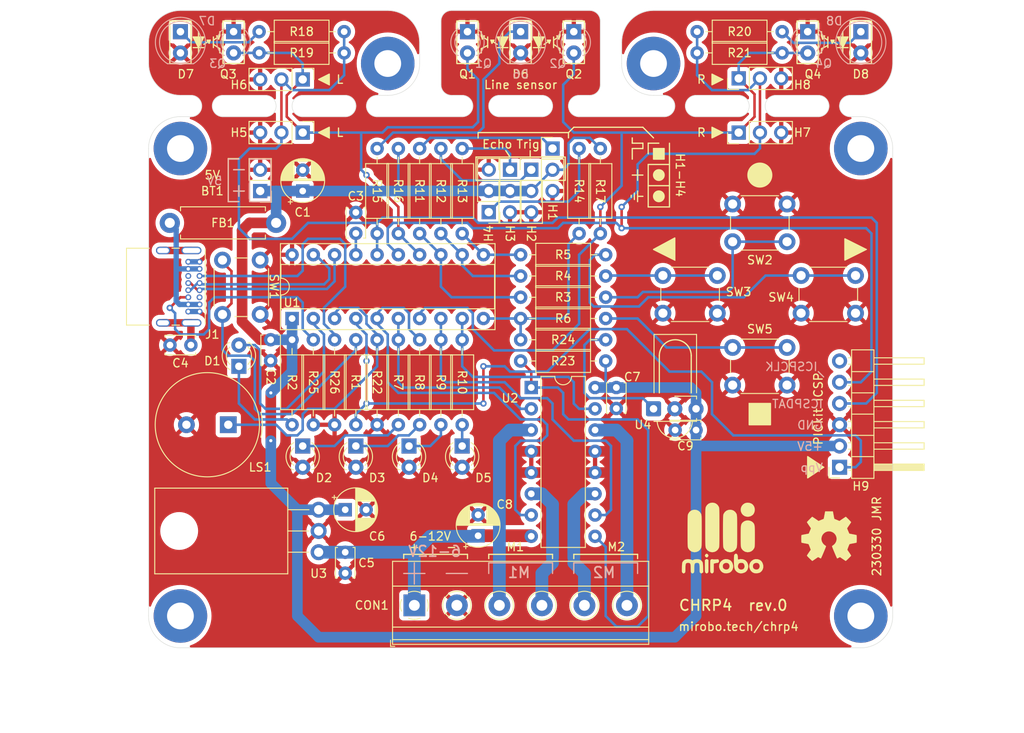
<source format=kicad_pcb>
(kicad_pcb (version 20221018) (generator pcbnew)
  (title_block (title "CHRP4") (date "2023-03-30") (rev "0") (company "mirobo.tech") (comment 1 "Common Hardware") (comment 2 "Robotics Project") (comment 3 "CHRP4 is Open Hardware") (comment 4 "Drawings: CC-BY 4.0"))
  (layers (0 "F.Cu" signal) (31 "B.Cu" signal) (34 "B.Paste" user) (35 "F.Paste" user) (36 "B.SilkS" user "B.Silkscreen") (37 "F.SilkS" user "F.Silkscreen") (38 "B.Mask" user) (39 "F.Mask" user) (44 "Edge.Cuts" user))
  (net 0 "")
  (net 1 "GND")
  (net 2 "+5V")
  (net 3 "Net-(U1-Vusb3v3)")
  (net 4 "Net-(J1-SHIELD)")
  (net 5 "Net-(CON1-Pin_1)")
  (net 6 "Net-(CON1-Pin_3)")
  (net 7 "Net-(CON1-Pin_4)")
  (net 8 "Net-(CON1-Pin_5)")
  (net 9 "Net-(CON1-Pin_6)")
  (net 10 "Net-(D1-K)")
  (net 11 "Net-(D1-A)")
  (net 12 "Net-(D2-A)")
  (net 13 "Net-(D3-A)")
  (net 14 "/Vpp")
  (net 15 "Net-(D4-A)")
  (net 16 "Net-(D5-A)")
  (net 17 "Net-(D6-A)")
  (net 18 "Net-(D7-A)")
  (net 19 "Net-(D8-A)")
  (net 20 "Net-(R1-Pad1)")
  (net 21 "Net-(R3-Pad2)")
  (net 22 "Net-(#FLG0103-pwr)")
  (net 23 "Net-(R4-Pad2)")
  (net 24 "Net-(H1-Pin_1)")
  (net 25 "Net-(R5-Pad2)")
  (net 26 "Net-(H2-Pin_1)")
  (net 27 "Net-(R6-Pad2)")
  (net 28 "Net-(H3-Pin_1)")
  (net 29 "Net-(H4-Pin_1)")
  (net 30 "/D+")
  (net 31 "/D-")
  (net 33 "unconnected-(J1-CC1-PadA5)")
  (net 35 "unconnected-(J1-CC2-PadB5)")
  (net 37 "Net-(U1-RA4{slash}AN3{slash}SOSCO{slash}T1G{slash}OSC2{slash}CLKOUT{slash}CLKR)")
  (net 38 "Net-(U1-RB4{slash}AN10{slash}SDA{slash}SDI)")
  (net 39 "Net-(U1-RB5{slash}AN11{slash}RX{slash}DX)")
  (net 40 "Net-(U1-RB6{slash}SCL{slash}SCK)")
  (net 41 "Net-(U1-RB7{slash}TX{slash}CK)")
  (net 42 "Net-(U1-CWG1B{slash}C1OUT{slash}C2OUT{slash}RC4)")
  (net 43 "Net-(U1-PWM1{slash}CWG1A{slash}T0CKI{slash}RC5)")
  (net 44 "Net-(U1-~{SS}{slash}PWM2{slash}AN8{slash}RC6)")
  (net 45 "Net-(U1-SDO{slash}AN9{slash}RC7)")
  (net 46 "Net-(U2-1,2EN)")
  (net 47 "Left Sensor")
  (net 48 "Right Sensor")
  (net 49 "Net-(U4-OUT)")
  (net 50 "Left Sensor +5V")
  (net 51 "Right Sensor +5V")
  (footprint "Capacitor_THT:CP_Radial_D5.0mm_P2.50mm" (layer "F.Cu") (at 120.015 66.04 90)
    (fp_text reference "C1")
    (fp_text value "1uF")
  )
  (footprint "Capacitor_THT:C_Disc_D3.4mm_W2.1mm_P2.50mm" (layer "F.Cu") (at 104.16 84.455)
    (fp_text reference "C4")
    (fp_text value "10nF(opt.)")
  )
  (footprint "CHRP400-Library:LED_D3.0mm" (layer "F.Cu") (at 112.395 84.455 -90)
    (fp_text reference "D1")
    (fp_text value "RUN")
  )
  (footprint "CHRP400-Library:LED_D3.0mm" (layer "F.Cu") (at 132.715 99.065 90)
    (fp_text reference "D4")
    (fp_text value "LED")
  )
  (footprint "Resistor_THT:R_Axial_DIN0411_L9.9mm_D3.6mm_P12.70mm_Horizontal" (layer "F.Cu") (at 116.84 69.85 180)
    (fp_text reference "FB1")
    (fp_text value "100Z Ferrite")
  )
  (footprint "MountingHole:MountingHole_3.2mm_M3_Pad" (layer "F.Cu") (at 105.409999 60.959999)
    (fp_text reference "MH1" hide)
    (fp_text value "MountingHole")
  )
  (footprint "Resistor_THT:R_Axial_DIN0207_L6.3mm_D2.5mm_P10.16mm_Horizontal" (layer "F.Cu") (at 146.05 81.28)
    (fp_text reference "R6")
    (fp_text value "1k0")
  )
  (footprint "Button_Switch_THT:SW_PUSH_6mm" (layer "F.Cu") (at 186.055 80.645 180)
    (fp_text reference "SW4")
    (fp_text value "SW_Push")
  )
  (footprint "Capacitor_THT:C_Disc_D3.4mm_W2.1mm_P2.50mm" (layer "F.Cu") (at 116.185 83.82 -90)
    (fp_text reference "C2")
    (fp_text value "100nF")
  )
  (footprint "Capacitor_THT:C_Disc_D3.4mm_W2.1mm_P2.50mm" (layer "F.Cu") (at 126.365 71.1 90)
    (fp_text reference "C3")
    (fp_text value "470nF")
  )
  (footprint "CHRP400-Library:LED_D3.0mm" (layer "F.Cu") (at 126.365 99.065 90)
    (fp_text reference "D3")
    (fp_text value "LED")
  )
  (footprint "Button_Switch_THT:SW_PUSH_6mm" (layer "F.Cu") (at 169.545 80.645 180)
    (fp_text reference "SW3")
    (fp_text value "SW_Push")
  )
  (footprint "Resistor_THT:R_Axial_DIN0207_L6.3mm_D2.5mm_P10.16mm_Horizontal" (layer "F.Cu") (at 146.05 73.66)
    (fp_text reference "R5")
    (fp_text value "1k0")
  )
  (footprint "MountingHole:MountingHole_3.2mm_M3_Pad" (layer "F.Cu") (at 105.41 116.84)
    (fp_text reference "MH4" hide)
    (fp_text value "MountingHole")
  )
  (footprint "Button_Switch_THT:SW_PUSH_6mm" (layer "F.Cu") (at 177.875 89.245 180)
    (fp_text reference "SW5")
    (fp_text value "SW_Push")
  )
  (footprint "Resistor_THT:R_Axial_DIN0207_L6.3mm_D2.5mm_P10.16mm_Horizontal" (layer "F.Cu") (at 128.905 93.98 90)
    (fp_text reference "R22")
    (fp_text value "1k0")
  )
  (footprint "Resistor_THT:R_Axial_DIN0207_L6.3mm_D2.5mm_P10.16mm_Horizontal" (layer "F.Cu") (at 118.745 93.98 90)
    (fp_text reference "R2")
    (fp_text value "470")
  )
  (footprint "Package_DIP:DIP-20_W7.62mm_Socket" (layer "F.Cu") (at 118.745 81.28 90)
    (fp_text reference "U1")
    (fp_text value "PIC16F1459-IP")
  )
  (footprint "Resistor_THT:R_Axial_DIN0207_L6.3mm_D2.5mm_P10.16mm_Horizontal" (layer "F.Cu") (at 139.065 60.96 -90)
    (fp_text reference "R13")
    (fp_text value "100")
  )
  (footprint "Resistor_THT:R_Axial_DIN0207_L6.3mm_D2.5mm_P10.16mm_Horizontal" (layer "F.Cu") (at 136.525 83.82 -90)
    (fp_text reference "R9")
    (fp_text value "470")
  )
  (footprint "Resistor_THT:R_Axial_DIN0207_L6.3mm_D2.5mm_P10.16mm_Horizontal" (layer "F.Cu") (at 133.985 83.82 -90)
    (fp_text reference "R8")
    (fp_text value "470")
  )
  (footprint "Resistor_THT:R_Axial_DIN0207_L6.3mm_D2.5mm_P10.16mm_Horizontal" (layer "F.Cu") (at 153.035 60.96 -90)
    (fp_text reference "R14")
    (fp_text value "100")
  )
  (footprint "Resistor_THT:R_Axial_DIN0207_L6.3mm_D2.5mm_P10.16mm_Horizontal" (layer "F.Cu") (at 139.065 83.82 -90)
    (fp_text reference "R10")
    (fp_text value "470")
  )
  (footprint "Resistor_THT:R_Axial_DIN0207_L6.3mm_D2.5mm_P10.16mm_Horizontal" (layer "F.Cu") (at 136.525 60.96 -90)
    (fp_text reference "R12")
    (fp_text value "100")
  )
  (footprint "Capacitor_THT:CP_Radial_D5.0mm_P2.50mm" (layer "F.Cu") (at 125.095 104.14)
    (fp_text reference "C6")
    (fp_text value "10uF")
  )
  (footprint "Connector_PinHeader_2.54mm:PinHeader_1x03_P2.54mm_Vertical" (layer "F.Cu") (at 147.32 63.5)
    (fp_text reference "H2")
    (fp_text value "Conn_01x03_Male")
  )
  (footprint "Connector_PinHeader_2.54mm:PinHeader_1x03_P2.54mm_Vertical" (layer "F.Cu") (at 142.24 68.565 180)
    (fp_text reference "H4")
    (fp_text value "Conn_01x03_Male")
  )
  (footprint "MountingHole:MountingHole_3.2mm_M3_Pad" (layer "F.Cu") (at 186.69 60.96)
    (fp_text reference "MH2" hide)
    (fp_text value "MountingHole")
  )
  (footprint "Resistor_THT:R_Axial_DIN0207_L6.3mm_D2.5mm_P10.16mm_Horizontal" (layer "F.Cu") (at 146.05 76.2)
    (fp_text reference "R4")
    (fp_text value "1k0")
  )
  (footprint "CHRP400-Library:mirobo_logo_10" (layer "F.Cu") (at 170.18 107.315)
    (fp_text reference "G1" hide)
    (fp_text value "mirobotech_logo" hide)
  )
  (footprint "Connector_PinHeader_2.54mm:PinHeader_1x03_P2.54mm_Vertical" (layer "F.Cu") (at 144.78 63.5)
    (fp_text reference "H3")
    (fp_text value "Conn_01x03_Male")
  )
  (footprint "Connector_USB:USB_C_Receptacle_GCT_USB4085" (layer "F.Cu") (at 107.696 74.4982 -90)
    (fp_text reference "J1")
    (fp_text value "USB2 TYPE-C")
  )
  (footprint "MountingHole:MountingHole_3.2mm_M3_Pad" (layer "F.Cu") (at 186.69 116.84)
    (fp_text reference "MH3" hide)
    (fp_text value "MountingHole")
  )
  (footprint "Resistor_THT:R_Axial_DIN0207_L6.3mm_D2.5mm_P10.16mm_Horizontal" (layer "F.Cu") (at 155.575 60.96 -90)
    (fp_text reference "R17")
    (fp_text value "4k7")
  )
  (footprint "Resistor_THT:R_Axial_DIN0207_L6.3mm_D2.5mm_P10.16mm_Horizontal" (layer "F.Cu") (at 133.985 60.96 -90)
    (fp_text reference "R11")
    (fp_text value "100")
  )
  (footprint "Resistor_THT:R_Axial_DIN0207_L6.3mm_D2.5mm_P10.16mm_Horizontal" (layer "F.Cu") (at 126.365 83.82 -90)
    (fp_text reference "R1")
    (fp_text value "100")
  )
  (footprint "CHRP400-Library:LED_D3.0mm" (layer "F.Cu") (at 139.065 99.065 90)
    (fp_text reference "D5")
    (fp_text value "LED")
  )
  (footprint "Buzzer_Beeper:Buzzer_TDK_PS1240P02BT_D12.2mm_H6.5mm" (layer "F.Cu") (at 111.125 93.98 180)
    (fp_text reference "LS1")
    (fp_text value "Piezo Beeper")
  )
  (footprint "OptoDevice:Vishay_MINICAST-3Pin" (layer "F.Cu") (at 161.925 92.075)
    (fp_text reference "U4")
    (fp_text value "TSOP38238")
  )
  (footprint "Resistor_THT:R_Axial_DIN0207_L6.3mm_D2.5mm_P10.16mm_Horizontal" (layer "F.Cu") (at 131.445 83.82 -90)
    (fp_text reference "R7")
    (fp_text value "470")
  )
  (footprint "CHRP400-Library:PinHeader_1x06_P2.54mm_Horizontal" (layer "F.Cu") (at 184.15 99.06 180)
    (fp_text reference "H9")
    (fp_text value "ICSP")
  )
  (footprint "Connector_PinHeader_2.54mm:PinHeader_1x03_P2.54mm_Vertical" (layer "F.Cu") (at 149.86 60.96)
    (fp_text reference "H1")
    (fp_text value "Conn_01x03_Male")
  )
  (footprint "Capacitor_THT:C_Disc_D3.4mm_W2.1mm_P2.50mm" (layer "F.Cu") (at 125.095 109.22 -90)
    (fp_text reference "C5")
    (fp_text value "100nF")
  )
  (footprint "Resistor_THT:R_Axial_DIN0207_L6.3mm_D2.5mm_P10.16mm_Horizontal" (layer "F.Cu") (at 146.05 78.74)
    (fp_text reference "R3")
    (fp_text value "1k0")
  )
  (footprint "CHRP400-Library:LED_D3.0mm" (layer "F.Cu") (at 120.015 99.065 90)
    (fp_text reference "D2")
    (fp_text value "LED")
  )
  (footprint "Button_Switch_THT:SW_PUSH_6mm" (layer "F.Cu") (at 171.375 67.6)
    (fp_text reference "SW2")
    (fp_text value "SW_Push")
  )
  (footprint "Button_Switch_THT:SW_PUSH_6mm" (layer "F.Cu") (at 114.935 74.295 -90)
    (fp_text reference "SW1")
    (fp_text value "PROG")
  )
  (footprint "Connector_PinHeader_2.54mm:PinHeader_1x02_P2.54mm_Vertical" (layer "F.Cu") (at 114.935 66.04 180)
    (fp_text reference "BT1")
    (fp_text value "Battery")
  )
  (footprint "Symbol:OSHW-Symbol_6.7x6mm_SilkScreen" (layer "F.Cu") (at 182.88 107.315)
    (fp_text reference "G2" hide)
    (fp_text value "Logo_Open_Hardware_Small" hide)
  )
  (footprint "Resistor_THT:R_Axial_DIN0207_L6.3mm_D2.5mm_P10.16mm_Horizontal" (layer "F.Cu") (at 121.285 83.82 -90)
    (fp_text reference "R25")
    (fp_text value "5k1")
  )
  (footprint "Connector_PinHeader_2.54mm:PinHeader_1x03_P2.54mm_Vertical" (layer "F.Cu") (at 172.1 52.578 90)
    (fp_text reference "H8")
    (fp_text value "Conn_01x03_Male")
  )
  (footprint "Resistor_THT:R_Axial_DIN0207_L6.3mm_D2.5mm_P10.16mm_Horizontal" (layer "F.Cu") (at 128.905 71.12 90)
    (fp_text reference "R15")
    (fp_text value "100")
  )
  (footprint "TerminalBlock_Phoenix:TerminalBlock_Phoenix_MKDS-1,5-6-5.08_1x06_P5.08mm_Horizontal" (layer "F.Cu") (at 133.35 115.570008)
    (fp_text reference "CON1")
    (fp_text value "Conn_01x06")
  )
  (footprint "Capacitor_THT:CP_Radial_D5.0mm_P2.50mm" (layer "F.Cu") (at 140.97 107.250121 90)
    (fp_text reference "C8")
    (fp_text value "10uF")
  )
  (footprint "MountingHole:MountingHole_3.2mm_M3_Pad" (layer "F.Cu") (at 161.925 50.8)
    (fp_text reference "MH6" hide)
    (fp_text value "MountingHole")
  )
  (footprint "Resistor_THT:R_Axial_DIN0207_L6.3mm_D2.5mm_P10.16mm_Horizontal" (layer "F.Cu") (at 124.968 46.99 180)
    (fp_text reference "R18")
    (fp_text value "100")
  )
  (footprint "Capacitor_THT:C_Disc_D3.4mm_W2.1mm_P2.50mm" (layer "F.Cu") (at 157.48 89.535 -90)
    (fp_text reference "C7")
    (fp_text value "100nF")
  )
  (footprint "Package_DIP:DIP-16_W7.62mm" (layer "F.Cu") (at 147.32 89.535008)
    (fp_text reference "U2")
    (fp_text value "SN754410NE")
  )
  (footprint "Resistor_THT:R_Axial_DIN0207_L6.3mm_D2.5mm_P10.16mm_Horizontal" (layer "F.Cu") (at 167.132 46.99)
    (fp_text reference "R20")
    (fp_text value "100")
  )
  (footprint "Connector_PinHeader_2.54mm:PinHeader_1x03_P2.54mm_Vertical" (layer "F.Cu") (at 120.015 59.055 -90)
    (fp_text reference "H5")
    (fp_text value "Conn_01x03_Male")
  )
  (footprint "Resistor_THT:R_Axial_DIN0207_L6.3mm_D2.5mm_P10.16mm_Horizontal" (layer "F.Cu") (at 131.445 60.96 -90)
    (fp_text reference "R16")
    (fp_text value "4k7")
  )
  (footprint "Resistor_THT:R_Axial_DIN0207_L6.3mm_D2.5mm_P10.16mm_Horizontal" (layer "F.Cu") (at 156.21 86.36 180)
    (fp_text reference "R23")
    (fp_text value "10k")
  )
  (footprint "Resistor_THT:R_Axial_DIN0207_L6.3mm_D2.5mm_P10.16mm_Horizontal" (layer "F.Cu") (at 167.132 49.53)
    (fp_text reference "R21")
    (fp_text value "4k7")
  )
  (footprint "Resistor_THT:R_Axial_DIN0207_L6.3mm_D2.5mm_P10.16mm_Horizontal" (layer "F.Cu") (at 124.968 49.53 180)
    (fp_text reference "R19")
    (fp_text value "4k7")
  )
  (footprint "Connector_PinHeader_2.54mm:PinHeader_1x03_P2.54mm_Vertical" (layer "F.Cu") (at 120.015 52.705 -90)
    (fp_text reference "H6")
    (fp_text value "Conn_01x03_Male")
  )
  (footprint "MountingHole:MountingHole_3.2mm_M3_Pad" (layer "F.Cu") (at 130.175 50.8)
    (fp_text reference "MH5" hide)
    (fp_text value "MountingHole")
  )
  (footprint "Package_TO_SOT_THT:TO-220-3_Horizontal_TabDown" (layer "F.Cu") (at 121.92 109.22 90)
    (fp_text reference "U3")
    (fp_text value "LF50_TO220")
  )
  (footprint "Capacitor_THT:C_Disc_D3.4mm_W2.1mm_P2.50mm" (layer "F.Cu") (at 167.005 94.615 180)
    (fp_text reference "C9")
    (fp_text value "100nF")
  )
  (footprint "Resistor_THT:R_Axial_DIN0207_L6.3mm_D2.5mm_P10.16mm_Horizontal" (layer "F.Cu") (at 156.21 83.82 180)
    (fp_text reference "R24")
    (fp_text value "1k0")
  )
  (footprint "Connector_PinHeader_2.54mm:PinHeader_1x03_P2.54mm_Vertical" (layer "F.Cu") (at 172.1 59.055 90)
    (fp_text reference "H7")
    (fp_text value "Conn_01x03_Male")
  )
  (footprint "Resistor_THT:R_Axial_DIN0207_L6.3mm_D2.5mm_P10.16mm_Horizontal" (layer "F.Cu") (at 123.825 83.82 -90)
    (fp_text reference "R26")
    (fp_text value "5k1")
  )
  (footprint "CHRP400-Library:LED_D3.0mm_IRBlack" (layer "B.Cu") (at 139.7 49.535 90)
    (fp_text reference "Q1")
    (fp_text value "LTR-4206E")
  )
  (footprint "CHRP400-Library:LED_D3.0mm_IRBlack" (layer "B.Cu") (at 152.4 49.535 90)
    (fp_text reference "Q2")
    (fp_text value "LTR-4206E")
  )
  (footprint "CHRP400-Library:LED_D5.0mm_Clear" (layer "B.Cu") (at 146.05 49.53 90)
    (fp_text reference "D6")
    (fp_text value "OED-EL-1L2")
  )
  (footprint "CHRP400-Library:LED_D3.0mm_IRBlack" (layer "B.Cu") (at 111.76 49.53 90)
    (fp_text reference "Q3")
    (fp_text value "LTR-4206E")
  )
  (footprint "CHRP400-Library:LED_D5.0mm_Clear" (layer "B.Cu") (at 105.41 49.535 90)
    (fp_text reference "D7")
    (fp_text value "OED-EL-1L2")
  )
  (footprint "CHRP400-Library:LED_D5.0mm_Clear" (layer "B.Cu") (at 186.69 49.535 90)
    (fp_text reference "D8")
    (fp_text value "OED-EL-1L2")
  )
  (footprint "CHRP400-Library:LED_D3.0mm_IRBlack" (layer "B.Cu") (at 180.34 49.535 90)
    (fp_text reference "Q4")
    (fp_text value "LTR-4206E")
  )
  (gr_line (start 137.16 111.76) (end 139.7 111.76) (stroke (width 0.15)) (layer "B.SilkS"))
  (gr_line (start 132.08 111.76) (end 134.62 111.76) (stroke (width 0.15)) (layer "B.SilkS"))
  (gr_line (start 112.395 62.23) (end 111.125 62.23) (stroke (width 0.15)) (layer "B.SilkS"))
  (gr_line (start 181.61 87.63) (end 182.245 88.265) (stroke (width 0.15)) (layer "B.SilkS"))
  (gr_line (start 111.125 67.31) (end 112.395 67.31) (stroke (width 0.15)) (layer "B.SilkS"))
  (gr_line (start 111.125 62.23) (end 111.125 67.31) (stroke (width 0.15)) (layer "B.SilkS"))
  (gr_line (start 160.02 110.49) (end 160.02 111.76) (stroke (width 0.15)) (layer "B.SilkS"))
  (gr_line (start 152.4 110.49) (end 160.02 110.49) (stroke (width 0.15)) (layer "B.SilkS"))
  (gr_line (start 142.24 111.76) (end 142.24 110.49) (stroke (width 0.15)) (layer "B.SilkS"))
  (gr_line (start 133.35 110.49) (end 133.35 113.03) (stroke (width 0.15)) (layer "B.SilkS"))
  (gr_rect (start 113.665 62.23) (end 116.205 67.31) (stroke (width 0.15)) (fill none) (layer "B.SilkS"))
  (gr_line (start 152.4 111.76) (end 152.4 110.49) (stroke (width 0.15)) (layer "B.SilkS"))
  (gr_line (start 111.76 63.5) (end 113.03 63.5) (stroke (width 0.15)) (layer "B.SilkS"))
  (gr_line (start 149.86 110.49) (end 149.86 111.76) (stroke (width 0.15)) (layer "B.SilkS"))
  (gr_line (start 142.24 110.49) (end 149.86 110.49) (stroke (width 0.15)) (layer "B.SilkS"))
  (gr_line (start 111.76 66.04) (end 113.03 66.04) (stroke (width 0.15)) (layer "B.SilkS"))
  (gr_line (start 112.395 65.405) (end 112.395 66.675) (stroke (width 0.15)) (layer "B.SilkS"))
  (gr_line (start 167.065 83.185) (end 161.985 83.185) (stroke (width 0.12)) (layer "F.SilkS"))
  (gr_line (start 167.065 90.17) (end 167.065 83.185) (stroke (width 0.12)) (layer "F.SilkS"))
  (gr_line (start 161.985 83.185) (end 161.985 90.17) (stroke (width 0.12)) (layer "F.SilkS"))
  (gr_line (start 159.385 59.69) (end 159.385 60.325) (stroke (width 0.1524)) (layer "F.SilkS"))
  (gr_line (start 160.655 60.325) (end 160.655 60.96) (stroke (width 0.1524)) (layer "F.SilkS"))
  (gr_circle (center 174.625 64.135) (end 176.044903 64.135) (stroke (width 0.1524)) (fill solid) (layer "F.SilkS"))
  (gr_line (start 149.987 47.625) (end 149.987 48.895) (stroke (width 0.15)) (layer "F.SilkS"))
  (gr_line (start 147.193 61.976) (end 147.193 61.214) (stroke (width 0.15)) (layer "F.SilkS"))
  (gr_line (start 132.08 109.474) (end 139.7 109.474) (stroke (width 0.15)) (layer "F.SilkS"))
  (gr_line (start 142.113 47.625) (end 142.113 48.895) (stroke (width 0.15)) (layer "F.SilkS"))
  (gr_line (start 160.02 109.474) (end 160.02 109.982) (stroke (width 0.15)) (layer "F.SilkS"))
  (gr_line (start 143.256 48.895) (end 144.526 48.895) (stroke (width 0.15)) (layer "F.SilkS"))
  (gr_line (start 150.749 47.498) (end 150.749 46.99) (stroke (width 0.15)) (layer "F.SilkS"))
  (gr_line (start 132.08 109.982) (end 132.08 109.474) (stroke (width 0.15)) (layer "F.SilkS"))
  (gr_line (start 142.24 109.474) (end 149.86 109.474) (stroke (width 0.15)) (layer "F.SilkS"))
  (gr_line (start 151.765 59.055) (end 152.4 58.42) (stroke (width 0.15)) (layer "F.SilkS"))
  (gr_rect (start 144.78 45.72) (end 147.32 50.8) (stroke (width 0.15)) (fill none) (layer "F.SilkS"))
  (gr_line (start 108.204 48.514) (end 108.966 48.006) (stroke (width 0.15)) (layer "F.SilkS"))
  (gr_poly (pts (xy 182.118 47.879) (xy 181.991 47.498) (xy 182.372 47.498)) (stroke (width 0.15)) (fill solid) (layer "F.SilkS"))
  (gr_line (start 148.209 49.53) (end 148.209 46.99) (stroke (width 0.15)) (layer "F.SilkS"))
  (gr_poly (pts (xy 183.261 48.387) (xy 183.134 48.006) (xy 183.515 48.006)) (stroke (width 0.15)) (fill solid) (layer "F.SilkS"))
  (gr_line (start 159.385 60.96) (end 159.385 62.23) (stroke (width 0.1524)) (layer "F.SilkS"))
  (gr_rect (start 161.925 60.96) (end 163.195 62.23) (stroke (width 0.15)) (fill solid) (layer "F.SilkS"))
  (gr_line (start 142.113 48.006) (end 141.351 47.498) (stroke (width 0.15)) (layer "F.SilkS"))
  (gr_line (start 110.109 49.022) (end 110.109 49.53) (stroke (width 0.15)) (layer "F.SilkS"))
  (gr_line (start 143.891 49.53) (end 143.891 46.99) (stroke (width 0.15)) (layer "F.SilkS"))
  (gr_line (start 141.351 47.498) (end 141.351 46.99) (stroke (width 0.15)) (layer "F.SilkS"))
  (gr_line (start 139.7 109.474) (end 139.7 109.982) (stroke (width 0.15)) (layer "F.SilkS"))
  (gr_line (start 181.991 49.022) (end 181.991 49.53) (stroke (width 0.15)) (layer "F.SilkS"))
  (gr_line (start 143.256 48.514) (end 142.494 48.006) (stroke (width 0.15)) (layer "F.SilkS"))
  (gr_line (start 151.765 59.055) (end 151.765 59.69) (stroke (width 0.15)) (layer "F.SilkS"))
  (gr_poly (pts (xy 182.245 99.06) (xy 180.34 100.33) (xy 180.34 97.79)) (stroke (width 0.15)) (fill solid) (layer "F.SilkS"))
  (gr_line (start 163.83 60.325) (end 163.83 67.945) (stroke (width 0.15)) (layer "F.SilkS"))
  (gr_line (start 160.02 66.04) (end 160.02 67.31) (stroke (width 0.1524)) (layer "F.SilkS"))
  (gr_poly (pts (xy 170.18 59.055) (xy 168.91 59.69) (xy 168.91 58.42)) (stroke (width 0.15)) (fill solid) (layer "F.SilkS"))
  (gr_line (start 161.29 62.865) (end 163.83 62.865) (stroke (width 0.15)) (layer "F.SilkS"))
  (gr_poly (pts (xy 109.982 47.879) (xy 109.728 47.498) (xy 110.109 47.498)) (stroke (width 0.15)) (fill solid) (layer "F.SilkS"))
  (gr_poly (pts (xy 150.622 47.879) (xy 150.368 47.498) (xy 150.749 47.498)) (stroke (width 0.15)) (fill solid) (layer "F.SilkS"))
  (gr_line (start 160.02 66.675) (end 160.655 66.675) (stroke (width 0.1524)) (layer "F.SilkS"))
  (gr_line (start 160.655 58.42) (end 161.925 59.69) (stroke (width 0.15)) (layer "F.SilkS"))
  (gr_line (start 162.62 90.17) (end 162.62 85.725) (stroke (width 0.1524)) (layer "F.SilkS"))
  (gr_line (start 150.749 49.022) (end 150.749 49.53) (stroke (width 0.15)) (layer "F.SilkS"))
  (gr_line (start 181.991 47.498) (end 181.991 46.99) (stroke (width 0.15)) (layer "F.SilkS"))
  (gr_line (start 182.753 47.625) (end 182.753 48.895) (stroke (width 0.15)) (layer "F.SilkS"))
  (gr_rect (start 179.07 45.72) (end 181.61 50.8) (stroke (width 0.15)) (fill none) (layer "F.SilkS"))
  (gr_line (start 109.347 48.006) (end 110.109 47.498) (stroke (width 0.15)) (layer "F.SilkS"))
  (gr_line (start 110.109 47.498) (end 110.109 46.99) (stroke (width 0.15)) (layer "F.SilkS"))
  (gr_poly (pts (xy 149.479 48.387) (xy 149.225 48.006) (xy 149.606 48.006)) (stroke (width 0.15)) (fill solid) (layer "F.SilkS"))
  (gr_rect (start 151.13 45.72) (end 153.67 50.8) (stroke (width 0.15)) (fill none) (layer "F.SilkS"))
  (gr_line (start 181.991 49.022) (end 182.753 48.641) (stroke (width 0.15)) (layer "F.SilkS"))
  (gr_line (start 141.351 49.022) (end 142.113 48.641) (stroke (width 0.15)) (layer "F.SilkS"))
  (gr_line (start 149.86 109.474) (end 149.86 109.982) (stroke (width 0.15)) (layer "F.SilkS"))
  (gr_line (start 160.02 63.5) (end 160.02 64.77) (stroke (width 0.1524)) (layer "F.SilkS"))
  (gr_line (start 140.97 59.69) (end 140.97 59.055) (stroke (width 0.15)) (layer "F.SilkS"))
  (gr_rect (start 185.42 45.72) (end 187.96 50.8) (stroke (width 0.15)) (fill none) (layer "F.SilkS"))
  (gr_line (start 106.934 48.895) (end 108.204 48.895) (stroke (width 0.15)) (layer "F.SilkS"))
  (gr_poly (pts (xy 121.92 59.055) (xy 123.19 59.69) (xy 123.19 58.42)) (stroke (width 0.15)) (fill solid) (layer "F.SilkS"))
  (gr_rect (start 173.355 91.44) (end 175.895 93.98) (stroke (width 0.15)) (fill solid) (layer "F.SilkS"))
  (gr_line (start 152.4 58.42) (end 160.655 58.42) (stroke (width 0.15)) (layer "F.SilkS"))
  (gr_line (start 166.43 90.17) (end 166.43 85.725) (stroke (width 0.1524)) (layer "F.SilkS"))
  (gr_circle (center 162.56 64.135) (end 163.195 64.135) (stroke (width 0.15)) (fill solid) (layer "F.SilkS"))
  (gr_poly (pts (xy 148.209 48.895) (xy 147.574 47.625) (xy 148.844 47.625)) (stroke (width 0.15)) (fill solid) (layer "F.SilkS"))
  (gr_line (start 111.76 66.04) (end 113.03 66.04) (stroke (width 0.1524)) (layer "F.SilkS"))
  (gr_poly (pts (xy 142.621 48.387) (xy 142.494 48.006) (xy 142.875 48.006)) (stroke (width 0.15)) (fill solid) (layer "F.SilkS"))
  (gr_line (start 111.125 62.17) (end 111.125 67.31) (stroke (width 0.15)) (layer "F.SilkS"))
  (gr_poly (pts (xy 184.531 48.895) (xy 183.896 47.625) (xy 185.166 47.625)) (stroke (width 0.15)) (fill solid) (layer "F.SilkS"))
  (gr_circle (center 162.56 66.675) (end 163.195 66.675) (stroke (width 0.15)) (fill solid) (layer "F.SilkS"))
  (gr_arc (start 162.62 85.725) (mid 164.525 83.82) (end 166.43 85.725) (stroke (width 0.1524)) (layer "F.SilkS"))
  (gr_line (start 111.125 67.31) (end 112.395 67.31) (stroke (width 0.15)) (layer "F.SilkS"))
  (gr_line (start 109.347 47.625) (end 109.347 48.895) (stroke (width 0.15)) (layer "F.SilkS"))
  (gr_line (start 159.385 60.325) (end 160.655 60.325) (stroke (width 0.1524)) (layer "F.SilkS"))
  (gr_line (start 183.896 48.895) (end 185.166 48.895) (stroke (width 0.15)) (layer "F.SilkS"))
  (gr_line (start 149.987 48.514) (end 150.749 49.022) (stroke (width 0.15)) (layer "F.SilkS"))
  (gr_line (start 140.97 59.055) (end 151.765 59.055) (stroke (width 0.15)) (layer "F.SilkS"))
  (gr_line (start 184.531 49.53) (end 184.531 46.99) (stroke (width 0.15)) (layer "F.SilkS"))
  (gr_line (start 160.655 64.135) (end 159.385 64.135) (stroke (width 0.1524)) (layer "F.SilkS"))
  (gr_line (start 149.987 48.006) (end 150.749 47.498) (stroke (width 0.15)) (layer "F.SilkS"))
  (gr_line (start 161.29 60.325) (end 161.29 61.595) (stroke (width 0.15)) (layer "F.SilkS"))
  (gr_line (start 111.76 63.5) (end 113.03 63.5) (stroke (width 0.1524)) (layer "F.SilkS"))
  (gr_line (start 112.395 65.405) (end 112.395 66.675) (stroke (width 0.1524)) (layer "F.SilkS"))
  (gr_poly (pts (xy 170.18 52.705) (xy 168.91 53.34) (xy 168.91 52.07)) (stroke (width 0.15)) (fill solid) (layer "F.SilkS"))
  (gr_line (start 182.753 48.006) (end 181.991 47.498) (stroke (width 0.15)) (layer "F.SilkS"))
  (gr_line (start 147.574 48.895) (end 148.844 48.895) (stroke (width 0.15)) (layer "F.SilkS"))
  (gr_line (start 152.4 109.982) (end 152.4 109.474) (stroke (width 0.15)) (layer "F.SilkS"))
  (gr_line (start 152.4 109.474) (end 160.02 109.474) (stroke (width 0.15)) (layer "F.SilkS"))
  (gr_line (start 159.639 66.294) (end 159.639 67.056) (stroke (width 0.1524)) (layer "F.SilkS"))
  (gr_poly (pts (xy 141.478 47.879) (xy 141.351 47.498) (xy 141.732 47.498)) (stroke (width 0.15)) (fill solid) (layer "F.SilkS"))
  (gr_line (start 163.83 67.945) (end 161.29 67.945) (stroke (width 0.15)) (layer "F.SilkS"))
  (gr_line (start 112.395 62.17) (end 111.125 62.17) (stroke (width 0.15)) (layer "F.SilkS"))
  (gr_line (start 142.24 109.982) (end 142.24 109.474) (stroke (width 0.15)) (layer "F.SilkS"))
  (gr_line (start 107.569 49.53) (end 107.569 46.99) (stroke (width 0.15)) (layer "F.SilkS"))
  (gr_poly (pts (xy 107.569 48.895) (xy 106.934 47.625) (xy 108.204 47.625)) (stroke (width 0.15)) (fill solid) (layer "F.SilkS"))
  (gr_poly (pts (xy 121.92 52.705) (xy 123.19 53.34) (xy 123.19 52.07)) (stroke (width 0.15)) (fill solid) (layer "F.SilkS"))
  (gr_line (start 161.29 60.325) (end 162.56 60.325) (stroke (width 0.15)) (layer "F.SilkS"))
  (gr_line (start 161.29 65.405) (end 163.83 65.405) (stroke (width 0.15)) (layer "F.SilkS"))
  (gr_poly (pts (xy 143.891 48.895) (xy 143.256 47.625) (xy 144.526 47.625)) (stroke (width 0.15)) (fill solid) (layer "F.SilkS"))
  (gr_rect (start 138.43 45.72) (end 140.97 50.8) (stroke (width 0.15)) (fill none) (layer "F.SilkS"))
  (gr_rect (start 110.49 45.72) (end 113.03 50.8) (stroke (width 0.15)) (fill none) (layer "F.SilkS"))
  (gr_line (start 144.78 61.976) (end 144.272 61.214) (stroke (width 0.15)) (layer "F.SilkS"))
  (gr_line (start 159.258 66.548) (end 159.258 66.802) (stroke (width 0.15)) (layer "F.SilkS"))
  (gr_poly (pts (xy 108.839 48.387) (xy 108.585 48.006) (xy 108.966 48.006)) (stroke (width 0.15)) (fill solid) (layer "F.SilkS"))
  (gr_line (start 141.351 49.022) (end 141.351 49.53) (stroke (width 0.15)) (layer "F.SilkS"))
  (gr_line (start 109.347 48.514) (end 110.109 49.022) (stroke (width 0.15)) (layer "F.SilkS"))
  (gr_rect (start 104.14 45.72) (end 106.68 50.8) (stroke (width 0.15)) (fill none) (layer "F.SilkS"))
  (gr_line (start 161.29 67.945) (end 161.29 62.865) (stroke (width 0.15)) (layer "F.SilkS"))
  (gr_poly (pts (xy 164.465 74.295) (xy 161.925 73.025) (xy 164.465 71.655)) (stroke (width 0.15)) (fill solid) (layer "F.SilkS"))
  (gr_poly (pts (xy 187.325 73.025) (xy 184.785 74.295) (xy 184.785 71.755)) (stroke (width 0.15)) (fill solid) (layer "F.SilkS"))
  (gr_line (start 160.655 60.96) (end 159.385 60.96) (stroke (width 0.1524)) (layer "F.SilkS"))
  (gr_line (start 183.896 48.514) (end 183.134 48.006) (stroke (width 0.15)) (layer "F.SilkS"))
  (gr_rect (start 140.716 61.976) (end 151.384 64.77) (stroke (width 0.15)) (fill none) (layer "F.SilkS"))
  (gr_line (start 148.844 48.514) (end 149.606 48.006) (stroke (width 0.15)) (layer "F.SilkS"))
  (gr_line (start 153.035 57.15) (end 163.195 57.15) (stroke (width 0.0508)) (layer "Edge.Cuts"))
  (gr_arc (start 154.305 44.45) (mid 155.203026 44.821974) (end 155.575 45.72) (stroke (width 0.0508)) (layer "Edge.Cuts"))
  (gr_line (start 176.53 57.15) (end 181.61 57.15) (stroke (width 0.0508)) (layer "Edge.Cuts"))
  (gr_line (start 101.6 60.96) (end 101.6 116.84) (stroke (width 0.0508)) (layer "Edge.Cuts"))
  (gr_arc (start 128.905 57.15) (mid 127.635 55.88) (end 128.905 54.61) (stroke (width 0.0508)) (layer "Edge.Cuts"))
  (gr_line (start 158.115 48.26) (end 158.115 50.8) (stroke (width 0.0508)) (layer "Edge.Cuts"))
  (gr_line (start 128.905 57.15) (end 139.065 57.15) (stroke (width 0.0508)) (layer "Edge.Cuts"))
  (gr_line (start 155.575 45.72) (end 155.575 53.34) (stroke (width 0.0508)) (layer "Edge.Cuts"))
  (gr_line (start 153.035 54.61) (end 154.305 54.61) (stroke (width 0.0508)) (layer "Edge.Cuts"))
  (gr_arc (start 167.005 57.15) (mid 165.735 55.88) (end 167.005 54.61) (stroke (width 0.0508)) (layer "Edge.Cuts"))
  (gr_line (start 128.905 54.61) (end 130.175 54.61) (stroke (width 0.0508)) (layer "Edge.Cuts"))
  (gr_arc (start 137.795 54.61) (mid 136.896974 54.238026) (end 136.525 53.34) (stroke (width 0.0508)) (layer "Edge.Cuts"))
  (gr_arc (start 133.985 50.8) (mid 132.869077 53.494077) (end 130.175 54.61) (stroke (width 0.0508)) (layer "Edge.Cuts"))
  (gr_arc (start 115.57 54.61) (mid 116.84 55.88) (end 115.57 57.15) (stroke (width 0.0508)) (layer "Edge.Cuts"))
  (gr_line (start 133.985 48.26) (end 133.985 50.8) (stroke (width 0.0508)) (layer "Edge.Cuts"))
  (gr_line (start 186.69 54.61) (end 185.42 54.61) (stroke (width 0.0508)) (layer "Edge.Cuts"))
  (gr_line (start 105.41 120.65) (end 186.69 120.65) (stroke (width 0.0508)) (layer "Edge.Cuts"))
  (gr_arc (start 161.925 54.61) (mid 159.230923 53.494077) (end 158.115 50.8) (stroke (width 0.0508)) (layer "Edge.Cuts"))
  (gr_line (start 190.5 116.84) (end 190.5 60.96) (stroke (width 0.0508)) (layer "Edge.Cuts"))
  (gr_arc (start 130.175 44.45) (mid 132.869077 45.565923) (end 133.985 48.26) (stroke (width 0.0508)) (layer "Edge.Cuts"))
  (gr_arc (start 101.6 48.26) (mid 102.715923 45.565923) (end 105.41 44.45) (stroke (width 0.0508)) (layer "Edge.Cuts"))
  (gr_arc (start 105.41 54.61) (mid 102.715923 53.494077) (end 101.6 50.8) (stroke (width 0.0508)) (layer "Edge.Cuts"))
  (gr_arc (start 176.53 57.15) (mid 175.26 55.88) (end 176.53 54.61) (stroke (width 0.0508)) (layer "Edge.Cuts"))
  (gr_line (start 161.925 54.61) (end 163.195 54.61) (stroke (width 0.0508)) (layer "Edge.Cuts"))
  (gr_line (start 190.5 48.26) (end 190.5 50.8) (stroke (width 0.0508)) (layer "Edge.Cuts"))
  (gr_line (start 136.525 45.72) (end 136.525 53.34) (stroke (width 0.0508)) (layer "Edge.Cuts"))
  (gr_arc (start 190.5 50.8) (mid 189.384077 53.494077) (end 186.69 54.61) (stroke (width 0.0508)) (layer "Edge.Cuts"))
  (gr_arc (start 186.69 44.45) (mid 189.384077 45.565923) (end 190.5 48.26) (stroke (width 0.0508)) (layer "Edge.Cuts"))
  (gr_line (start 167.005 57.15) (end 172.085 57.15) (stroke (width 0.0508)) (layer "Edge.Cuts"))
  (gr_arc (start 155.575 53.34) (mid 155.203026 54.238026) (end 154.305 54.61) (stroke (width 0.0508)) (layer "Edge.Cuts"))
  (gr_arc (start 101.6 60.96) (mid 102.715923 58.265923) (end 105.41 57.15) (stroke (width 0.0508)) (layer "Edge.Cuts"))
  (gr_arc (start 158.115 48.26) (mid 159.230923 45.565923) (end 161.925 44.45) (stroke (width 0.0508)) (layer "Edge.Cuts"))
  (gr_line (start 105.41 54.61) (end 106.68 54.61) (stroke (width 0.0508)) (layer "Edge.Cuts"))
  (gr_arc (start 105.41 120.65) (mid 102.715923 119.534077) (end 101.6 116.84) (stroke (width 0.0508)) (layer "Edge.Cuts"))
  (gr_line (start 176.53 54.61) (end 181.61 54.61) (stroke (width 0.0508)) (layer "Edge.Cuts"))
  (gr_arc (start 143.51 57.15) (mid 142.24 55.88) (end 143.51 54.61) (stroke (width 0.0508)) (layer "Edge.Cuts"))
  (gr_arc (start 186.69 57.15) (mid 189.384077 58.265923) (end 190.5 60.96) (stroke (width 0.0508)) (layer "Edge.Cuts"))
  (gr_arc (start 153.035 57.15) (mid 151.765 55.88) (end 153.035 54.61) (stroke (width 0.0508)) (layer "Edge.Cuts"))
  (gr_line (start 105.41 57.15) (end 106.68 57.15) (stroke (width 0.0508)) (layer "Edge.Cuts"))
  (gr_line (start 186.69 57.15) (end 185.42 57.15) (stroke (width 0.0508)) (layer "Edge.Cuts"))
  (gr_line (start 137.795 54.61) (end 139.065 54.61) (stroke (width 0.0508)) (layer "Edge.Cuts"))
  (gr_line (start 110.49 54.61) (end 115.57 54.61) (stroke (width 0.0508)) (layer "Edge.Cuts"))
  (gr_line (start 120.015 57.15) (end 125.095 57.15) (stroke (width 0.0508)) (layer "Edge.Cuts"))
  (gr_line (start 167.005 54.61) (end 172.085 54.61) (stroke (width 0.0508)) (layer "Edge.Cuts"))
  (gr_arc (start 163.195 54.61) (mid 164.465 55.88) (end 163.195 57.15) (stroke (width 0.0508)) (layer "Edge.Cuts"))
  (gr_arc (start 110.49 57.15) (mid 109.22 55.88) (end 110.49 54.61) (stroke (width 0.0508)) (layer "Edge.Cuts"))
  (gr_arc (start 172.085 54.61) (mid 173.355 55.88) (end 172.085 57.15) (stroke (width 0.0508)) (layer "Edge.Cuts"))
  (gr_arc (start 120.015 57.15) (mid 118.745 55.88) (end 120.015 54.61) (stroke (width 0.0508)) (layer "Edge.Cuts"))
  (gr_line (start 143.51 57.15) (end 148.59 57.15) (stroke (width 0.0508)) (layer "Edge.Cuts"))
  (gr_arc (start 190.5 116.84) (mid 189.384077 119.534077) (end 186.69 120.65) (stroke (width 0.0508)) (layer "Edge.Cuts"))
  (gr_arc (start 148.59 54.61) (mid 149.86 55.88) (end 148.59 57.15) (stroke (width 0.0508)) (layer "Edge.Cuts"))
  (gr_line (start 130.175 44.45) (end 105.41 44.45) (stroke (width 0.0508)) (layer "Edge.Cuts"))
  (gr_line (start 120.015 54.61) (end 125.095 54.61) (stroke (width 0.0508)) (layer "Edge.Cuts"))
  (gr_line (start 154.305 44.45) (end 137.795 44.45) (stroke (width 0.0508)) (layer "Edge.Cuts"))
  (gr_line (start 110.49 57.15) (end 115.57 57.15) (stroke (width 0.0508)) (layer "Edge.Cuts"))
  (gr_arc (start 185.42 57.15) (mid 184.15 55.88) (end 185.42 54.61) (stroke (width 0.0508)) (layer "Edge.Cuts"))
  (gr_arc (start 136.525 45.72) (mid 136.896974 44.821974) (end 137.795 44.45) (stroke (width 0.0508)) (layer "Edge.Cuts"))
  (gr_line (start 186.69 44.45) (end 161.925 44.45) (stroke (width 0.0508)) (layer "Edge.Cuts"))
  (gr_arc (start 106.68 54.61) (mid 107.95 55.88) (end 106.68 57.15) (stroke (width 0.0508)) (layer "Edge.Cuts"))
  (gr_line (start 143.51 54.61) (end 148.59 54.61) (stroke (width 0.0508)) (layer "Edge.Cuts"))
  (gr_arc (start 139.065 54.61) (mid 140.335 55.88) (end 139.065 57.15) (stroke (width 0.0508)) (layer "Edge.Cuts"))
  (gr_arc (start 181.61 54.61) (mid 182.88 55.88) (end 181.61 57.15) (stroke (width 0.0508)) (layer "Edge.Cuts"))
  (gr_arc (start 125.095 54.61) (mid 126.365 55.88) (end 125.095 57.15) (stroke (width 0.0508)) (layer "Edge.Cuts"))
  (gr_line (start 101.6 48.26) (end 101.6 50.8) (stroke (width 0.0508)) (layer "Edge.Cuts"))
  (gr_text "5V" (at 110.49 65.405) (layer "B.SilkS") (effects (font (size 1 1)) (justify left bottom mirror)))
  (gr_text "Vpp" (at 182.245 99.695) (layer "B.SilkS") (effects (font (size 1 1)) (justify left bottom mirror)))
  (gr_text "M1" (at 147.32 112.395) (layer "B.SilkS") (effects (font (size 1.27 1.27) (thickness 0.2032)) (justify left bottom mirror)))
  (gr_text "+5V" (at 182.245 97.155) (layer "B.SilkS") (effects (font (size 1 1)) (justify left bottom mirror)))
  (gr_text "ICSPDAT" (at 182.245 92.075) (layer "B.SilkS") (effects (font (size 1 1)) (justify left bottom mirror)))
  (gr_text "ICSPCLK" (at 181.61 87.63) (layer "B.SilkS") (effects (font (size 1 1)) (justify left bottom mirror)))
  (gr_text "GND" (at 182.245 94.615) (layer "B.SilkS") (effects (font (size 1 1)) (justify left bottom mirror)))
  (gr_text "6-12V" (at 139.065 109.855) (layer "B.SilkS") (effects (font (size 1.27 1.27) (thickness 0.2032)) (justify left bottom mirror)))
  (gr_text "M2" (at 157.48 112.395) (layer "B.SilkS") (effects (font (size 1.27 1.27) (thickness 0.2032)) (justify left bottom mirror)))
  (gr_text "PICkit ICSP" (at 181.61 92.075 90) (layer "F.SilkS") (effects (font (size 1.016 1.016) (thickness 0.1524))))
  (gr_text "230330 JMR" (at 188.595 107.315 90) (layer "F.SilkS") (effects (font (size 1.016 1.016) (thickness 0.1524))))
  (gr_text "Q3" (at 111.125 52.07) (layer "F.SilkS") (effects (font (size 1 1))))
  (gr_text "CHRP4  rev.0" (at 171.45 115.57) (layer "F.SilkS") (effects (font (size 1.27 1.27) (thickness 0.2))))
  (gr_text "Q4" (at 180.975 52.07) (layer "F.SilkS") (effects (font (size 1 1))))
  (gr_text "Q1" (at 139.7 52.07) (layer "F.SilkS") (effects (font (size 1 1))))
  (gr_text "Q2" (at 152.4 52.07) (layer "F.SilkS") (effects (font (size 1 1))))
  (gr_text "D8" (at 186.69 52.07) (layer "F.SilkS") (effects (font (size 1 1))))
  (gr_text "H1-H4" (at 165.1 64.135 270) (layer "F.SilkS") (effects (font (size 1 1))))
  (gr_text "mirobo.tech/chrp4" (at 172.085 118.11) (layer "F.SilkS") (effects (font (size 1.016 1.016) (thickness 0.1524))))
  (gr_text "+" (at 133.35 108.585) (layer "F.SilkS") (effects (font (size 1 1))))
  (gr_text "L" (at 124.46 59.055) (layer "F.SilkS") (effects (font (size 1 1))))
  (gr_text "Trig" (at 146.939 60.452) (layer "F.SilkS") (effects (font (size 1 1))))
  (gr_text "L" (at 124.46 52.705) (layer "F.SilkS") (effects (font (size 1 1))))
  (gr_text "Echo" (at 143.256 60.452) (layer "F.SilkS") (effects (font (size 1 1))))
  (gr_text "R" (at 167.64 52.705) (layer "F.SilkS") (effects (font (size 1 1))))
  (gr_text "D6" (at 146.05 52.07) (layer "F.SilkS") (effects (font (size 1 1))))
  (gr_text "M1" (at 145.415 108.585) (layer "F.SilkS") (effects (font (size 1 1))))
  (gr_text "-" (at 137.795 108.585) (layer "F.SilkS") (effects (font (size 1 1))))
  (gr_text "R" (at 167.64 59.055) (layer "F.SilkS") (effects (font (size 1 1))))
  (gr_text "Line sensor" (at 146.05 53.34) (layer "F.SilkS") (effects (font (size 1 1))))
  (gr_text "6-12V" (at 135.255 107.315) (layer "F.SilkS") (effects (font (size 1 1))))
  (gr_text "M2" (at 157.48 108.585) (layer "F.SilkS") (effects (font (size 1 1))))
  (gr_text "5V" (at 109.22 64.135) (layer "F.SilkS") (effects (font (size 1.016 1.016) (thickness 0.1524))))
  (gr_text "D7" (at 106.045 52.07) (layer "F.SilkS") (effects (font (size 1 1))))
  (segment (start 147.32 97.155008) (end 144.780008 97.155008) (width 1.27) (layer "F.Cu") (net 1))
  (segment (start 144.780008 98.425008) (end 144.78 98.425) (width 1.27) (layer "F.Cu") (net 1))
  (segment (start 154.94 97.155008) (end 157.479992 97.155008) (width 1.27) (layer "F.Cu") (net 1))
  (segment (start 157.479992 98.425008) (end 157.48 98.425) (width 1.27) (layer "F.Cu") (net 1))
  (segment (start 154.94 97.155008) (end 147.32 97.155008) (width 1.27) (layer "F.Cu") (net 1))
  (segment (start 157.48 97.155) (end 157.48 99.695) (width 1.27) (layer "F.Cu") (net 1))
  (segment (start 144.780008 99.695008) (end 147.32 99.695008) (width 1.27) (layer "F.Cu") (net 1))
  (segment (start 154.94 99.695008) (end 147.32 99.695008) (width 1.27) (layer "F.Cu") (net 1))
  (segment (start 106.327 80.4672) (end 106.346 80.4482) (width 0.635) (layer "F.Cu") (net 1))
  (segment (start 157.479992 99.695008) (end 154.94 99.695008) (width 1.27) (layer "F.Cu") (net 1))
  (segment (start 144.78 97.155) (end 144.78 99.695) (width 1.27) (layer "F.Cu") (net 1))
  (segment (start 107.696 80.4482) (end 106.346 80.4482) (width 0.635) (layer "B.Cu") (net 1))
  (segment (start 107.696 74.4982) (end 106.346 74.4982) (width 0.635) (layer "B.Cu") (net 1))
  (segment (start 112.776 81.661) (end 114.935 83.82) (width 1.27) (layer "F.Cu") (net 2))
  (segment (start 116.84 69.85) (end 113.665 69.85) (width 1.27) (layer "F.Cu") (net 2))
  (segment (start 112.776 70.739) (end 112.776 81.661) (width 1.27) (layer "F.Cu") (net 2))
  (segment (start 114.935 83.82) (end 116.185 83.82) (width 1.27) (layer "F.Cu") (net 2))
  (segment (start 113.665 69.85) (end 112.776 70.739) (width 1.27) (layer "F.Cu") (net 2))
  (segment (start 116.205 90.17) (end 116.205 95.885) (width 1.27) (layer "F.Cu") (net 2))
  (via (at 116.205 90.17) (size 0.762) (drill 0.381) (layers "F.Cu" "B.Cu") (net 2))
  (via (at 116.205 95.885) (size 0.762) (drill 0.381) (layers "F.Cu" "B.Cu") (net 2))
  (segment (start 116.84 66.04) (end 120.015 66.04) (width 1.27) (layer "B.Cu") (net 2))
  (segment (start 131.46 66.025) (end 142.24 66.025) (width 1.27) (layer "B.Cu") (net 2))
  (segment (start 118.745 87.63) (end 116.205 90.17) (width 1.27) (layer "B.Cu") (net 2))
  (segment (start 131.445 60.96) (end 131.445 66.04) (width 0.3048) (layer "B.Cu") (net 2))
  (segment (start 149.86 63.5) (end 151.13 63.5) (width 0.3048) (layer "B.Cu") (net 2))
  (segment (start 156.21 89.535) (end 156.209992 89.535008) (width 0.3048) (layer "B.Cu") (net 2))
  (segment (start 131.445 66.04) (end 131.46 66.025) (width 1.27) (layer "B.Cu") (net 2))
  (segment (start 118.745 83.82) (end 118.745 87.63) (width 1.27) (layer "B.Cu") (net 2))
  (segment (start 156.21 86.36) (end 156.21 89.535) (width 0.3048) (layer "B.Cu") (net 2))
  (segment (start 151.765 60.325) (end 152.4 59.69) (width 0.3048) (layer "B.Cu") (net 2))
  (segment (start 116.84 69.85) (end 116.84 66.04) (width 1.27) (layer "B.Cu") (net 2))
  (segment (start 151.13 63.5) (end 151.765 62.865) (width 0.3048) (layer "B.Cu") (net 2))
  (segment (start 116.185 83.82) (end 118.745 83.82) (width 1.27) (layer "B.Cu") (net 2))
  (segment (start 152.4 59.69) (end 154.305 59.69) (width 0.3048) (layer "B.Cu") (net 2))
  (segment (start 121.92 104.14) (end 125.095 104.14) (width 1.27) (layer "B.Cu") (net 2))
  (segment (start 151.765 62.865) (end 151.765 60.325) (width 0.3048) (layer "B.Cu") (net 2))
  (segment (start 144.765 66.025) (end 144.78 66.04) (width 1.27) (layer "B.Cu") (net 2))
  (segment (start 121.92 104.14) (end 119.38 104.14) (width 1.27) (layer "B.Cu") (net 2))
  (segment (start 118.745 81.28) (end 118.745 83.82) (width 1.27) (layer "B.Cu") (net 2))
  (segment (start 116.205 100.965) (end 119.38 104.14) (width 1.27) (layer "B.Cu") (net 2))
  (segment (start 119.38 104.14) (end 119.38 116.84) (width 1.27) (layer "B.Cu") (net 2))
  (segment (start 164.465 119.38) (end 167.005 116.84) (width 1.27) (layer "B.Cu") (net 2))
  (segment (start 116.205 95.885) (end 116.205 100.965) (width 1.27) (layer "B.Cu") (net 2))
  (segment (start 154.305 59.69) (end 155.575 60.96) (width 0.3048) (layer "B.Cu") (net 2))
  (segment (start 167.005 116.84) (end 167.005 94.615) (width 1.27) (layer "B.Cu") (net 2))
  (segment (start 121.92 119.38) (end 164.465 119.38) (width 1.27) (layer "B.Cu") (net 2))
  (segment (start 166.37 89.535) (end 167.005 90.17) (width 1.27) (layer "B.Cu") (net 2))
  (segment (start 157.48 89.535) (end 166.37 89.535) (width 1.27) (layer "B.Cu") (net 2))
  (segment (start 167.005 90.17) (end 167.005 92.075) (width 1.27) (layer "B.Cu") (net 2))
  (segment (start 114.935 66.04) (end 116.84 66.04) (width 1.27) (layer "B.Cu") (net 2))
  (segment (start 144.78 66.04) (end 147.32 66.04) (width 1.27) (layer "B.Cu") (net 2))
  (segment (start 147.32 66.04) (end 149.86 63.5) (width 0.3048) (layer "B.Cu") (net 2))
  (segment (start 120.015 66.04) (end 131.445 66.04) (width 1.27) (layer "B.Cu") (net 2))
  (segment (start 154.94 89.535008) (end 156.209992 89.535008) (width 1.27) (layer "B.Cu") (net 2))
  (segment (start 157.479992 89.535008) (end 157.48 89.535) (width 0.3048) (layer "B.Cu") (net 2))
  (segment (start 119.38 116.84) (end 121.92 119.38) (width 1.27) (layer "B.Cu") (net 2))
  (segment (start 167.005 92.075) (end 167.005 94.615) (width 1.27) (layer "B.Cu") (net 2))
  (segment (start 142.24 66.025) (end 144.765 66.025) (width 1.27) (layer "B.Cu") (net 2))
  (segment (start 167.005 96.52) (end 184.15 96.52) (width 1.27) (layer "B.Cu") (net 2))
  (segment (start 156.209992 89.535008) (end 157.479992 89.535008) (width 1.27) (layer "B.Cu") (net 2))
  (segment (start 126.365 71.1) (end 126.365 73.66) (width 0.3048) (layer "B.Cu") (net 3))
  (segment (start 106.716 73.1482) (end 103.336 73.1482) (width 0.889) (layer "F.Cu") (net 4))
  (segment (start 103.336 81.7982) (end 106.716 81.7982) (width 0.889) (layer "F.Cu") (net 4))
  (segment (start 106.66 84.455) (end 106.66 81.8542) (width 0.889) (layer "F.Cu") (net 4))
  (segment (start 106.66 81.8542) (end 106.716 81.7982) (width 0.3048) (layer "F.Cu") (net 4))
  (segment (start 147.255113 107.250121) (end 147.32 107.315008) (width 1.524) (layer "F.Cu") (net 5))
  (segment (start 140.97 107.250121) (end 147.255113 107.250121) (width 1.524) (layer "F.Cu") (net 5))
  (segment (start 135.255 107.315) (end 140.905121 107.315) (width 1.524) (layer "B.Cu") (net 5))
  (segment (start 133.35 109.22) (end 135.255 107.315) (width 1.524) (layer "B.Cu") (net 5))
  (segment (start 125.095 109.22) (end 121.92 109.22) (width 1.524) (layer "B.Cu") (net 5))
  (segment (start 133.35 109.22) (end 125.095 109.22) (width 1.524) (layer "B.Cu") (net 5))
  (segment (start 140.905121 107.315) (end 140.97 107.250121) (width 1.524) (layer "B.Cu") (net 5))
  (segment (start 133.35 115.570008) (end 133.35 109.22) (width 1.524) (layer "B.Cu") (net 5))
  (segment (start 143.51 95.885008) (end 143.51 114.935008) (width 1.524) (layer "B.Cu") (net 6))
  (segment (start 144.78 94.615008) (end 143.51 95.885008) (width 1.524) (layer "B.Cu") (net 6))
  (segment (start 147.32 94.615008) (end 144.78 94.615008) (width 1.524) (layer "B.Cu") (net 6))
  (segment (start 147.32 102.235008) (end 148.59 102.235008) (width 1.524) (layer "B.Cu") (net 7))
  (segment (start 149.86 103.505008) (end 149.86 109.855008) (width 1.524) (layer "B.Cu") (net 7))
  (segment (start 148.59 102.235008) (end 149.86 103.505008) (width 1.524) (layer "B.Cu") (net 7))
  (segment (start 149.86 110.490008) (end 148.59 111.760008) (width 1.524) (layer "B.Cu") (net 7))
  (segment (start 148.59 111.760008) (end 148.59 115.570008) (width 1.524) (layer "B.Cu") (net 7))
  (segment (start 152.4 110.490008) (end 153.67 111.760008) (width 1.524) (layer "B.Cu") (net 8))
  (segment (start 152.4 103.505008) (end 152.4 109.855008) (width 1.524) (layer "B.Cu") (net 8))
  (segment (start 154.94 102.235008) (end 153.67 102.235008) (width 1.524) (layer "B.Cu") (net 8))
  (segment (start 153.67 111.760008) (end 153.67 115.570008) (width 1.524) (layer "B.Cu") (net 8))
  (segment (start 153.67 102.235008) (end 152.4 103.505008) (width 1.524) (layer "B.Cu") (net 8))
  (segment (start 154.94 94.615008) (end 157.48 94.615008) (width 1.524) (layer "B.Cu") (net 9))
  (segment (start 157.48 94.615008) (end 158.75 95.885008) (width 1.524) (layer "B.Cu") (net 9))
  (segment (start 158.75 95.885008) (end 158.75 114.935008) (width 1.524) (layer "B.Cu") (net 9))
  (segment (start 122.555 87.621316) (end 122.555 83.185) (width 0.3048) (layer "B.Cu") (net 10))
  (segment (start 115.57 92.075) (end 118.101316 92.075) (width 0.3048) (layer "B.Cu") (net 10))
  (segment (start 121.285 81.915) (end 121.285 81.28) (width 0.3048) (layer "B.Cu") (net 10))
  (segment (start 114.3 84.455) (end 114.935 85.09) (width 0.3048) (layer "B.Cu") (net 10))
  (segment (start 112.395 84.455) (end 114.3 84.455) (width 0.3048) (layer "B.Cu") (net 10))
  (segment (start 114.935 85.09) (end 114.935 91.44) (width 0.3048) (layer "B.Cu") (net 10))
  (segment (start 122.555 83.185) (end 121.285 81.915) (width 0.3048) (layer "B.Cu") (net 10))
  (segment (start 114.935 91.44) (end 115.57 92.075) (width 0.3048) (layer "B.Cu") (net 10))
  (segment (start 118.101316 92.075) (end 122.555 87.621316) (width 0.3048) (layer "B.Cu") (net 10))
  (segment (start 114.3 93.345) (end 118.11 93.345) (width 0.3048) (layer "B.Cu") (net 11))
  (segment (start 112.395 86.995) (end 112.395 91.44) (width 0.3048) (layer "B.Cu") (net 11))
  (segment (start 112.395 91.44) (end 114.3 93.345) (width 0.3048) (layer "B.Cu") (net 11))
  (segment (start 118.11 93.345) (end 118.745 93.98) (width 0.3048) (layer "B.Cu") (net 11))
  (segment (start 130.175 95.25) (end 125.095 95.25) (width 0.3048) (layer "B.Cu") (net 12))
  (segment (start 125.095 95.25) (end 123.82 96.525) (width 0.3048) (layer "B.Cu") (net 12))
  (segment (start 131.445 93.98) (end 130.175 95.25) (width 0.3048) (layer "B.Cu") (net 12))
  (segment (start 123.82 96.525) (end 120.015 96.525) (width 0.3048) (layer "B.Cu") (net 12))
  (segment (start 133.985 93.98) (end 132.715 95.25) (width 0.3048) (layer "B.Cu") (net 13))
  (segment (start 130.17 96.525) (end 126.365 96.525) (width 0.3048) (layer "B.Cu") (net 13))
  (segment (start 132.715 95.25) (end 131.445 95.25) (width 0.3048) (layer "B.Cu") (net 13))
  (segment (start 131.445 95.25) (end 130.17 96.525) (width 0.3048) (layer "B.Cu") (net 13))
  (segment (start 127.635 86.36) (end 127.635 91.44) (width 0.3048) (layer "F.Cu") (net 14))
  (segment (start 141.605 86.995) (end 141.605 91.44) (width 0.3048) (layer "F.Cu") (net 14))
  (via (at 127.635 91.44) (size 0.762) (drill 0.381) (layers "F.Cu" "B.Cu") (net 14))
  (via (at 141.605 86.995) (size 0.762) (drill 0.381) (layers "F.Cu" "B.Cu") (net 14))
  (via (at 127.635 86.36) (size 0.762) (drill 0.381) (layers "F.Cu" "B.Cu") (net 14))
  (via (at 141.605 91.44) (size 0.762) (drill 0.381) (layers "F.Cu" "B.Cu") (net 14))
  (segment (start 127.635 91.44) (end 126.365 92.71) (width 0.3048) (layer "B.Cu") (net 14))
  (segment (start 186.055 95.25) (end 186.69 95.885) (width 0.3048) (layer "B.Cu") (net 14))
  (segment (start 163.83 87.63) (end 167.64 87.63) (width 0.3048) (layer "B.Cu") (net 14))
  (segment (start 168.91 88.9) (end 168.91 92.71) (width 0.3048) (layer "B.Cu") (net 14))
  (segment (start 168.91 92.71) (end 171.45 95.25) (width 0.3048) (layer "B.Cu") (net 14))
  (segment (start 171.45 95.25) (end 186.055 95.25) (width 0.3048) (layer "B.Cu") (net 14))
  (segment (start 149.225 87.63) (end 154.305 82.55) (width 0.3048) (layer "B.Cu") (net 14))
  (segment (start 126.365 81.926578) (end 127.635 83.196578) (width 0.3048) (layer "B.Cu") (net 14))
  (segment (start 144.145 86.995) (end 144.78 87.63) (width 0.3048) (layer "B.Cu") (net 14))
  (segment (start 126.365 81.28) (end 126.365 81.926578) (width 0.3048) (layer "B.Cu") (net 14))
  (segment (start 158.75 82.55) (end 163.83 87.63) (width 0.3048) (layer "B.Cu") (net 14))
  (segment (start 167.64 87.63) (end 168.91 88.9) (width 0.3048) (layer "B.Cu") (net 14))
  (segment (start 186.055 99.06) (end 184.15 99.06) (width 0.3048) (layer "B.Cu") (net 14))
  (segment (start 186.69 98.425) (end 186.055 99.06) (width 0.3048) (layer "B.Cu") (net 14))
  (segment (start 127.635 83.196578) (end 127.635 86.36) (width 0.3048) (layer "B.Cu") (net 14))
  (segment (start 141.605 86.995) (end 144.145 86.995) (width 0.3048) (layer "B.Cu") (net 14))
  (segment (start 154.305 82.55) (end 158.75 82.55) (width 0.3048) (layer "B.Cu") (net 14))
  (segment (start 186.69 95.885) (end 186.69 98.425) (width 0.3048) (layer "B.Cu") (net 14))
  (segment (start 141.605 91.44) (end 127.635 91.44) (width 0.3048) (layer "B.Cu") (net 14))
  (segment (start 144.78 87.63) (end 149.225 87.63) (width 0.3048) (layer "B.Cu") (net 14))
  (segment (start 126.365 92.71) (end 126.365 93.98) (width 0.3048) (layer "B.Cu") (net 14))
  (segment (start 136.525 95.25) (end 135.25 96.525) (width 0.3048) (layer "B.Cu") (net 15))
  (segment (start 136.525 93.98) (end 136.525 95.25) (width 0.3048) (layer "B.Cu") (net 15))
  (segment (start 135.25 96.525) (end 132.715 96.525) (width 0.3048) (layer "B.Cu") (net 15))
  (segment (start 139.065 93.98) (end 139.065 97.155) (width 0.3048) (layer "B.Cu") (net 16))
  (segment (start 130.81 59.055) (end 140.97 59.055) (width 0.3048) (layer "B.Cu") (net 17))
  (segment (start 128.905 60.96) (end 130.81 59.055) (width 0.3048) (layer "B.Cu") (net 17))
  (segment (start 141.605 52.705) (end 143.51 50.8) (width 0.3048) (layer "B.Cu") (net 17))
  (segment (start 144.78 46.99) (end 146.05 46.99) (width 0.3048) (layer "B.Cu") (net 17))
  (segment (start 141.605 58.42) (end 141.605 52.705) (width 0.3048) (layer "B.Cu") (net 17))
  (segment (start 143.51 48.26) (end 144.78 46.99) (width 0.3048) (layer "B.Cu") (net 17))
  (segment (start 140.97 59.055) (end 141.605 58.42) (width 0.3048) (layer "B.Cu") (net 17))
  (segment (start 143.51 50.8) (end 143.51 48.26) (width 0.3048) (layer "B.Cu") (net 17))
  (segment (start 113.538 48.26) (end 114.808 46.99) (width 0.3048) (layer "B.Cu") (net 18))
  (segment (start 105.41 46.995) (end 105.415 46.995) (width 0.3048) (layer "B.Cu") (net 18))
  (segment (start 106.68 48.26) (end 113.538 48.26) (width 0.3048) (layer "B.Cu") (net 18))
  (segment (start 105.415 46.995) (end 106.68 48.26) (width 0.3048) (layer "B.Cu") (net 18))
  (segment (start 185.3498 48.3302) (end 178.6322 48.3302) (width 0.3048) (layer "B.Cu") (net 19))
  (segment (start 186.69 46.995) (end 186.685 46.995) (width 0.3048) (layer "B.Cu") (net 19))
  (segment (start 186.685 46.995) (end 185.3498 48.3302) (width 0.3048) (layer "B.Cu") (net 19))
  (segment (start 178.6322 48.3302) (end 177.292 46.99) (width 0.3048) (layer "B.Cu") (net 19))
  (segment (start 111.506 75.62) (end 111.506 79.47) (width 0.3048) (layer "F.Cu") (net 20))
  (segment (start 111.506 79.47) (end 110.181 80.795) (width 0.3048) (layer "F.Cu") (net 20))
  (segment (start 110.181 74.295) (end 111.506 75.62) (width 0.3048) (layer "F.Cu") (net 20))
  (segment (start 118.739211 92.71) (end 126.359211 85.09) (width 0.3048) (layer "B.Cu") (net 20))
  (segment (start 110.435 80.795) (end 110.435 85.035) (width 0.3048) (layer "B.Cu") (net 20))
  (segment (start 110.435 85.035) (end 111.125 85.725) (width 0.3048) (layer "B.Cu") (net 20))
  (segment (start 113.665 85.725) (end 114.3 86.36) (width 0.3048) (layer "B.Cu") (net 20))
  (segment (start 114.3 92.075) (end 114.935 92.71) (width 0.3048) (layer "B.Cu") (net 20))
  (segment (start 111.125 85.725) (end 113.665 85.725) (width 0.3048) (layer "B.Cu") (net 20))
  (segment (start 126.359211 85.09) (end 126.365 85.09) (width 0.3048) (layer "B.Cu") (net 20))
  (segment (start 114.935 92.71) (end 118.739211 92.71) (width 0.3048) (layer "B.Cu") (net 20))
  (segment (start 126.365 85.09) (end 126.365 83.82) (width 0.3048) (layer "B.Cu") (net 20))
  (segment (start 114.3 86.36) (end 114.3 92.075) (width 0.3048) (layer "B.Cu") (net 20))
  (segment (start 160.655 78.105) (end 170.815 78.105) (width 0.3048) (layer "B.Cu") (net 21))
  (segment (start 156.21 78.74) (end 160.02 78.74) (width 0.3048) (layer "B.Cu") (net 21))
  (segment (start 170.815 78.105) (end 171.375 77.545) (width 0.3048) (layer "B.Cu") (net 21))
  (segment (start 160.02 78.74) (end 160.655 78.105) (width 0.3048) (layer "B.Cu") (net 21))
  (segment (start 171.375 77.545) (end 171.375 72.1) (width 0.3048) (layer "B.Cu") (net 21))
  (segment (start 156.845 78.74) (end 156.21 78.105) (width 0.3048) (layer "B.Cu") (net 21))
  (segment (start 177.875 72.1) (end 171.375 72.1) (width 0.3048) (layer "B.Cu") (net 21))
  (segment (start 106.346 79.5982) (end 107.696 79.5982) (width 0.635) (layer "B.Cu") (net 22))
  (segment (start 104.9138 75.3482) (end 104.902 75.3364) (width 0.635) (layer "B.Cu") (net 22))
  (segment (start 106.346 75.3482) (end 104.9138 75.3482) (width 0.635) (layer "B.Cu") (net 22))
  (segment (start 104.902 75.3364) (end 104.902 79.1972) (width 0.635) (layer "B.Cu") (net 22))
  (segment (start 105.303 79.5982) (end 106.346 79.5982) (width 0.635) (layer "B.Cu") (net 22))
  (segment (start 106.346 75.3482) (end 107.696 75.3482) (width 0.635) (layer "B.Cu") (net 22))
  (segment (start 104.902 79.1972) (end 105.303 79.5982) (width 0.635) (layer "B.Cu") (net 22))
  (segment (start 104.902 70.612) (end 104.902 75.3364) (width 0.635) (layer "B.Cu") (net 22))
  (segment (start 104.14 69.85) (end 104.902 70.612) (width 0.635) (layer "B.Cu") (net 22))
  (segment (start 156.265 76.145) (end 156.21 76.2) (width 0.3048) (layer "B.Cu") (net 23))
  (segment (start 163.045 76.145) (end 156.265 76.145) (width 0.3048) (layer "B.Cu") (net 23))
  (segment (start 169.545 76.145) (end 163.045 76.145) (width 0.3048) (layer "B.Cu") (net 23))
  (segment (start 148.59 59.69) (end 149.86 60.96) (width 0.3048) (layer "B.Cu") (net 24))
  (segment (start 133.985 60.96) (end 135.255 59.69) (width 0.3048) (layer "B.Cu") (net 24))
  (segment (start 135.255 59.69) (end 148.59 59.69) (width 0.3048) (layer "B.Cu") (net 24))
  (segment (start 175.315 76.145) (end 172.72 78.74) (width 0.3048) (layer "B.Cu") (net 25))
  (segment (start 154.7748 79.8448) (end 154.305 79.375) (width 0.3048) (layer "B.Cu") (net 25))
  (segment (start 179.555 76.145) (end 175.315 76.145) (width 0.3048) (layer "B.Cu") (net 25))
  (segment (start 172.72 78.74) (end 161.29 78.74) (width 0.3048) (layer "B.Cu") (net 25))
  (segment (start 186.055 76.145) (end 179.555 76.145) (width 0.3048) (layer "B.Cu") (net 25))
  (segment (start 154.94 73.66) (end 156.21 73.66) (width 0.3048) (layer "B.Cu") (net 25))
  (segment (start 154.305 74.295) (end 154.94 73.66) (width 0.3048) (layer "B.Cu") (net 25))
  (segment (start 160.1852 79.8448) (end 154.7748 79.8448) (width 0.3048) (layer "B.Cu") (net 25))
  (segment (start 154.305 79.375) (end 154.305 74.295) (width 0.3048) (layer "B.Cu") (net 25))
  (segment (start 161.29 78.74) (end 160.1852 79.8448) (width 0.3048) (layer "B.Cu") (net 25))
  (segment (start 139.065 64.77) (end 136.525 62.23) (width 0.3048) (layer "B.Cu") (net 26))
  (segment (start 146.05 64.77) (end 139.065 64.77) (width 0.3048) (layer "B.Cu") (net 26))
  (segment (start 136.525 62.23) (end 136.525 60.96) (width 0.3048) (layer "B.Cu") (net 26))
  (segment (start 147.32 63.5) (end 146.05 64.77) (width 0.3048) (layer "B.Cu") (net 26))
  (segment (start 163.485 84.745) (end 160.02 81.28) (width 0.3048) (layer "B.Cu") (net 27))
  (segment (start 171.375 84.745) (end 163.485 84.745) (width 0.3048) (layer "B.Cu") (net 27))
  (segment (start 177.875 84.745) (end 171.375 84.745) (width 0.3048) (layer "B.Cu") (net 27))
  (segment (start 160.02 81.28) (end 156.21 81.28) (width 0.3048) (layer "B.Cu") (net 27))
  (segment (start 139.065 60.96) (end 144.145 60.96) (width 0.3048) (layer "B.Cu") (net 28))
  (segment (start 144.145 60.96) (end 144.78 61.595) (width 0.3048) (layer "B.Cu") (net 28))
  (segment (start 144.78 61.595) (end 144.78 63.5) (width 0.3048) (layer "B.Cu") (net 28))
  (segment (start 143.495 67.31) (end 151.765 67.31) (width 0.3048) (layer "B.Cu") (net 29))
  (segment (start 151.765 67.31) (end 153.035 66.04) (width 0.3048) (layer "B.Cu") (net 29))
  (segment (start 142.24 68.565) (end 143.495 67.31) (width 0.3048) (layer "B.Cu") (net 29))
  (segment (start 153.035 66.04) (end 153.035 60.96) (width 0.3048) (layer "B.Cu") (net 29))
  (segment (start 121.539 73.66) (end 121.285 73.66) (width 0.3048) (layer "B.Cu") (net 30))
  (segment (start 122.5772 77.1938) (end 123.19 76.581) (width 0.3048) (layer "B.Cu") (net 30))
  (segment (start 107.8416 77.1938) (end 122.5772 77.1938) (width 0.3048) (layer "B.Cu") (net 30))
  (segment (start 123.19 76.581) (end 123.19 75.311) (width 0.3048) (layer "B.Cu") (net 30))
  (segment (start 107.457453 77.0482) (end 107.696 77.0482) (width 0.3048) (layer "B.Cu") (net 30))
  (segment (start 123.19 75.311) (end 121.539 73.66) (width 0.3048) (layer "B.Cu") (net 30))
  (segment (start 106.607453 77.8982) (end 107.457453 77.0482) (width 0.3048) (layer "B.Cu") (net 30))
  (segment (start 106.346 77.8982) (end 106.607453 77.8982) (width 0.3048) (layer "B.Cu") (net 30))
  (segment (start 107.696 77.0482) (end 107.8416 77.1938) (width 0.3048) (layer "B.Cu") (net 30))
  (segment (start 106.6138 77.0482) (end 106.346 77.0482) (width 0.3048) (layer "F.Cu") (net 31))
  (segment (start 107.4638 77.8982) (end 106.6138 77.0482) (width 0.3048) (layer "F.Cu") (net 31))
  (segment (start 107.696 77.8982) (end 107.4638 77.8982) (width 0.3048) (layer "F.Cu") (net 31))
  (segment (start 123.825 76.835) (end 123.825 73.66) (width 0.3048) (layer "B.Cu") (net 31))
  (segment (start 107.8416 77.7526) (end 122.9074 77.7526) (width 0.3048) (layer "B.Cu") (net 31))
  (segment (start 122.9074 77.7526) (end 123.825 76.835) (width 0.3048) (layer "B.Cu") (net 31))
  (segment (start 107.696 77.8982) (end 107.8416 77.7526) (width 0.3048) (layer "B.Cu") (net 31))
  (segment (start 107.696 76.1982) (end 119.3818 76.1982) (width 0.3048) (layer "B.Cu") (net 33))
  (segment (start 119.3818 76.1982) (end 120.015 75.565) (width 0.3048) (layer "B.Cu") (net 33))
  (segment (start 120.65 71.755) (end 124.46 71.755) (width 0.3048) (layer "B.Cu") (net 33))
  (segment (start 125.095 72.39) (end 125.095 77.47) (width 0.3048) (layer "B.Cu") (net 33))
  (segment (start 120.015 75.565) (end 120.015 72.39) (width 0.3048) (layer "B.Cu") (net 33))
  (segment (start 122.555 81.915) (end 123.825 83.185) (width 0.3048) (layer "B.Cu") (net 33))
  (segment (start 123.825 83.185) (end 123.825 83.82) (width 0.3048) (layer "B.Cu") (net 33))
  (segment (start 124.46 71.755) (end 125.095 72.39) (width 0.3048) (layer "B.Cu") (net 33))
  (segment (start 120.015 72.39) (end 120.65 71.755) (width 0.3048) (layer "B.Cu") (net 33))
  (segment (start 125.095 77.47) (end 122.555 80.01) (width 0.3048) (layer "B.Cu") (net 33))
  (segment (start 122.555 80.01) (end 122.555 81.915) (width 0.3048) (layer "B.Cu") (net 33))
  (segment (start 105.41 78.74) (end 104.14 80.01) (width 0.3048) (layer "F.Cu") (net 35))
  (segment (start 105.4182 78.7482) (end 105.41 78.74) (width 0.3048) (layer "F.Cu") (net 35))
  (segment (start 106.346 78.7482) (end 105.4182 78.7482) (width 0.3048) (layer "F.Cu") (net 35))
  (via (at 104.14 80.01) (size 0.762) (drill 0.381) (layers "F.Cu" "B.Cu") (net 35))
  (segment (start 120.015 79.375) (end 119.38 78.74) (width 0.3048) (layer "B.Cu") (net 35))
  (segment (start 108.839 82.55) (end 108.204 83.185) (width 0.3048) (layer "B.Cu") (net 35))
  (segment (start 108.204 83.185) (end 105.41 83.185) (width 0.3048) (layer "B.Cu") (net 35))
  (segment (start 121.285 83.82) (end 120.015 82.55) (width 0.3048) (layer "B.Cu") (net 35))
  (segment (start 105.41 83.185) (end 104.775 82.55) (width 0.3048) (layer "B.Cu") (net 35))
  (segment (start 109.474 78.74) (end 108.839 79.375) (width 0.3048) (layer "B.Cu") (net 35))
  (segment (start 108.839 79.375) (end 108.839 82.55) (width 0.3048) (layer "B.Cu") (net 35))
  (segment (start 104.775 80.645) (end 104.14 80.01) (width 0.3048) (layer "B.Cu") (net 35))
  (segment (start 119.38 78.74) (end 109.474 78.74) (width 0.3048) (layer "B.Cu") (net 35))
  (segment (start 120.015 82.55) (end 120.015 79.375) (width 0.3048) (layer "B.Cu") (net 35))
  (segment (start 104.775 82.55) (end 104.775 80.645) (width 0.3048) (layer "B.Cu") (net 35))
  (segment (start 120.65 92.075) (end 123.825 92.075) (width 0.3048) (layer "B.Cu") (net 37))
  (segment (start 123.825 92.075) (end 128.905 86.995) (width 0.3048) (layer "B.Cu") (net 37))
  (segment (start 119.38 95.25) (end 120.015 94.615) (width 0.3048) (layer "B.Cu") (net 37))
  (segment (start 120.015 92.71) (end 120.65 92.075) (width 0.3048) (layer "B.Cu") (net 37))
  (segment (start 124.46 80.01) (end 126.657424 80.01) (width 0.3048) (layer "B.Cu") (net 37))
  (segment (start 128.905 83.185) (end 128.905 83.82) (width 0.3048) (layer "B.Cu") (net 37))
  (segment (start 111.125 93.98) (end 116.84 93.98) (width 0.3048) (layer "B.Cu") (net 37))
  (segment (start 127.635 80.987576) (end 127.635 81.915) (width 0.3048) (layer "B.Cu") (net 37))
  (segment (start 116.84 93.98) (end 118.11 95.25) (width 0.3048) (layer "B.Cu") (net 37))
  (segment (start 127.635 81.915) (end 128.905 83.185) (width 0.3048) (layer "B.Cu") (net 37))
  (segment (start 118.11 95.25) (end 119.38 95.25) (width 0.3048) (layer "B.Cu") (net 37))
  (segment (start 126.657424 80.01) (end 127.635 80.987576) (width 0.3048) (layer "B.Cu") (net 37))
  (segment (start 123.825 81.28) (end 123.825 80.645) (width 0.3048) (layer "B.Cu") (net 37))
  (segment (start 123.825 80.645) (end 124.46 80.01) (width 0.3048) (layer "B.Cu") (net 37))
  (segment (start 120.015 94.615) (end 120.015 92.71) (width 0.3048) (layer "B.Cu") (net 37))
  (segment (start 128.905 86.995) (end 128.905 83.82) (width 0.3048) (layer "B.Cu") (net 37))
  (segment (start 137.795 78.74) (end 146.05 78.74) (width 0.3048) (layer "B.Cu") (net 38))
  (segment (start 136.525 77.47) (end 137.795 78.74) (width 0.3048) (layer "B.Cu") (net 38))
  (segment (start 136.525 73.66) (end 136.525 77.47) (width 0.3048) (layer "B.Cu") (net 38))
  (segment (start 133.985 71.12) (end 136.525 73.66) (width 0.3048) (layer "B.Cu") (net 38))
  (segment (start 140.335 76.2) (end 146.05 76.2) (width 0.3048) (layer "B.Cu") (net 39))
  (segment (start 139.065 73.66) (end 139.065 74.93) (width 0.3048) (layer "B.Cu") (net 39))
  (segment (start 139.065 74.93) (end 140.335 76.2) (width 0.3048) (layer "B.Cu") (net 39))
  (segment (start 136.525 71.12) (end 139.065 73.66) (width 0.3048) (layer "B.Cu") (net 39))
  (segment (start 139.065 71.12) (end 141.605 73.66) (width 0.3048) (layer "B.Cu") (net 40))
  (segment (start 141.605 73.66) (end 146.05 73.66) (width 0.3048) (layer "B.Cu") (net 40))
  (segment (start 151.765 80.645) (end 151.765 72.39) (width 0.3048) (layer "B.Cu") (net 41))
  (segment (start 151.765 72.39) (end 153.035 71.12) (width 0.3048) (layer "B.Cu") (net 41))
  (segment (start 151.13 81.28) (end 151.765 80.645) (width 0.3048) (layer "B.Cu") (net 41))
  (segment (start 146.05 81.28) (end 146.05 83.82) (width 0.3048) (layer "B.Cu") (net 41))
  (segment (start 146.05 81.28) (end 151.13 81.28) (width 0.3048) (layer "B.Cu") (net 41))
  (segment (start 141.605 81.28) (end 146.05 81.28) (width 0.3048) (layer "B.Cu") (net 41))
  (segment (start 131.445 88.9) (end 132.08 89.535) (width 0.3048) (layer "B.Cu") (net 42))
  (segment (start 131.445 83.82) (end 131.445 88.9) (width 0.3048) (layer "B.Cu") (net 42))
  (segment (start 132.08 89.535) (end 143.51 89.535) (width 0.3048) (layer "B.Cu") (net 42))
  (segment (start 146.050008 92.075008) (end 147.32 92.075008) (width 0.3048) (layer "B.Cu") (net 42))
  (segment (start 143.51 89.535) (end 146.050008 92.075008) (width 0.3048) (layer "B.Cu") (net 42))
  (segment (start 131.445 80.645) (end 131.445 83.82) (width 0.3048) (layer "B.Cu") (net 42))
  (segment (start 146.050008 104.775008) (end 147.32 104.775008) (width 0.3048) (layer "B.Cu") (net 43))
  (segment (start 146.05 93.345) (end 148.59 93.345) (width 0.3048) (layer "B.Cu") (net 43))
  (segment (start 132.715 80.645) (end 132.715 82.55) (width 0.3048) (layer "B.Cu") (net 43))
  (segment (start 128.905 81.28) (end 128.905 81.915) (width 0.3048) (layer "B.Cu") (net 43))
  (segment (start 131.445 90.17) (end 142.875 90.17) (width 0.3048) (layer "B.Cu") (net 43))
  (segment (start 142.875 90.17) (end 146.05 93.345) (width 0.3048) (layer "B.Cu") (net 43))
  (segment (start 145.415 96.52) (end 145.415 104.14) (width 0.3048) (layer "B.Cu") (net 43))
  (segment (start 132.08 80.01) (end 132.715 80.645) (width 0.3048) (layer "B.Cu") (net 43))
  (segment (start 129.54 80.01) (end 132.08 80.01) (width 0.3048) (layer "B.Cu") (net 43))
  (segment (start 149.225 95.25) (end 148.59 95.885) (width 0.3048) (layer "B.Cu") (net 43))
  (segment (start 130.175 83.185) (end 130.175 88.9) (width 0.3048) (layer "B.Cu") (net 43))
  (segment (start 128.905 81.915) (end 130.175 83.185) (width 0.3048) (layer "B.Cu") (net 43))
  (segment (start 145.415 104.14) (end 146.050008 104.775008) (width 0.3048) (layer "B.Cu") (net 43))
  (segment (start 128.905 81.28) (end 128.905 80.645) (width 0.3048) (layer "B.Cu") (net 43))
  (segment (start 128.905 80.645) (end 129.54 80.01) (width 0.3048) (layer "B.Cu") (net 43))
  (segment (start 148.59 93.345) (end 149.225 93.98) (width 0.3048) (layer "B.Cu") (net 43))
  (segment (start 148.59 95.885) (end 146.05 95.885) (width 0.3048) (layer "B.Cu") (net 43))
  (segment (start 149.225 93.98) (end 149.225 95.25) (width 0.3048) (layer "B.Cu") (net 43))
  (segment (start 132.715 82.55) (end 133.985 83.82) (width 0.3048) (layer "B.Cu") (net 43))
  (segment (start 130.175 88.9) (end 131.445 90.17) (width 0.3048) (layer "B.Cu") (net 43))
  (segment (start 146.05 95.885) (end 145.415 96.52) (width 0.3048) (layer "B.Cu") (net 43))
  (segment (start 156.21 95.885) (end 152.4 95.885) (width 0.3048) (layer "B.Cu") (net 44))
  (segment (start 136.525 80.645) (end 136.525 83.82) (width 0.3048) (layer "B.Cu") (net 44))
  (segment (start 144.145 88.9) (end 137.16 88.9) (width 0.3048) (layer "B.Cu") (net 44))
  (segment (start 149.225 90.805) (end 146.05 90.805) (width 0.3048) (layer "B.Cu") (net 44))
  (segment (start 137.16 88.9) (end 136.525 88.265) (width 0.3048) (layer "B.Cu") (net 44))
  (segment (start 149.86 93.345) (end 149.86 91.44) (width 0.3048) (layer "B.Cu") (net 44))
  (segment (start 156.845 96.52) (end 156.21 95.885) (width 0.3048) (layer "B.Cu") (net 44))
  (segment (start 156.209992 104.775008) (end 156.845 104.14) (width 0.3048) (layer "B.Cu") (net 44))
  (segment (start 156.845 104.14) (end 156.845 96.52) (width 0.3048) (layer "B.Cu") (net 44))
  (segment (start 136.525 88.265) (end 136.525 83.82) (width 0.3048) (layer "B.Cu") (net 44))
  (segment (start 149.86 91.44) (end 149.225 90.805) (width 0.3048) (layer "B.Cu") (net 44))
  (segment (start 154.94 104.775008) (end 156.209992 104.775008) (width 0.3048) (layer "B.Cu") (net 44))
  (segment (start 146.05 90.805) (end 144.145 88.9) (width 0.3048) (layer "B.Cu") (net 44))
  (segment (start 152.4 95.885) (end 149.86 93.345) (width 0.3048) (layer "B.Cu") (net 44))
  (segment (start 153.035008 92.075008) (end 154.94 92.075008) (width 0.3048) (layer "B.Cu") (net 45))
  (segment (start 151.765 88.265) (end 152.4 88.9) (width 0.3048) (layer "B.Cu") (net 45))
  (segment (start 152.4 91.44) (end 153.035008 92.075008) (width 0.3048) (layer "B.Cu") (net 45))
  (segment (start 139.065 86.995) (end 140.335 88.265) (width 0.3048) (layer "B.Cu") (net 45))
  (segment (start 139.065 83.82) (end 139.065 86.995) (width 0.3048) (layer "B.Cu") (net 45))
  (segment (start 139.065 80.645) (end 139.065 83.82) (width 0.3048) (layer "B.Cu") (net 45))
  (segment (start 140.335 88.265) (end 151.765 88.265) (width 0.3048) (layer "B.Cu") (net 45))
  (segment (start 152.4 88.9) (end 152.4 91.44) (width 0.3048) (layer "B.Cu") (net 45))
  (segment (start 146.05 86.36) (end 147.32 87.63) (width 0.3048) (layer "F.Cu") (net 46))
  (segment (start 147.32 87.63) (end 147.32 89.535008) (width 0.3048) (layer "F.Cu") (net 46))
  (segment (start 160.02 118.11) (end 161.29 116.84) (width 0.3048) (layer "B.Cu") (net 46))
  (segment (start 156.21 108.585008) (end 156.21 116.84) (width 0.3048) (layer "B.Cu") (net 46))
  (segment (start 160.02 93.345) (end 151.765 93.345) (width 0.3048) (layer "B.Cu") (net 46))
  (segment (start 157.48 118.11) (end 160.02 118.11) (width 0.3048) (layer "B.Cu") (net 46))
  (segment (start 150.495008 89.535008) (end 147.32 89.535008) (width 0.3048) (layer "B.Cu") (net 46))
  (segment (start 161.29 94.615) (end 160.02 93.345) (width 0.3048) (layer "B.Cu") (net 46))
  (segment (start 151.13 90.17) (end 150.495008 89.535008) (width 0.3048) (layer "B.Cu") (net 46))
  (segment (start 161.29 116.84) (end 161.29 94.615) (width 0.3048) (layer "B.Cu") (net 46))
  (segment (start 156.21 116.84) (end 157.48 118.11) (width 0.3048) (layer "B.Cu") (net 46))
  (segment (start 151.765 93.345) (end 151.13 92.71) (width 0.3048) (layer "B.Cu") (net 46))
  (segment (start 151.13 92.71) (end 151.13 90.17) (width 0.3048) (layer "B.Cu") (net 46))
  (segment (start 154.94 107.315008) (end 156.21 108.585008) (width 0.3048) (layer "B.Cu") (net 46))
  (segment (start 127.64 64.14) (end 127.635 64.135) (width 0.3048) (layer "F.Cu") (net 47))
  (segment (start 131.445 67.945) (end 131.445 71.12) (width 0.3048) (layer "F.Cu") (net 47))
  (segment (start 118.11 57.15) (end 120.015 59.055) (width 0.3048) (layer "F.Cu") (net 47))
  (segment (start 118.11 54.61) (end 118.11 57.15) (width 0.3048) (layer "F.Cu") (net 47))
  (segment (start 127.64 64.14) (end 131.445 67.945) (width 0.3048) (layer "F.Cu") (net 47))
  (segment (start 120.015 52.705) (end 118.11 54.61) (width 0.3048) (layer "F.Cu") (net 47))
  (via (at 127.635 64.135) (size 0.762) (drill 0.381) (layers "F.Cu" "B.Cu") (net 47))
  (segment (start 120.015 50.8) (end 120.015 52.705) (width 0.3048) (layer "B.Cu") (net 47))
  (segment (start 131.445 71.12) (end 133.985 73.66) (width 0.3048) (layer "B.Cu") (net 47))
  (segment (start 129.54 59.055) (end 120.015 59.055) (width 0.3048) (layer "B.Cu") (net 47))
  (segment (start 118.745 49.53) (end 120.015 50.8) (width 0.3048) (layer "B.Cu") (net 47))
  (segment (start 111.76 49.53) (end 114.808 49.53) (width 0.3048) (layer "B.Cu") (net 47))
  (segment (start 140.335 58.42) (end 130.175 58.42) (width 0.3048) (layer "B.Cu") (net 47))
  (segment (start 114.808 49.53) (end 118.745 49.53) (width 0.3048) (layer "B.Cu") (net 47))
  (segment (start 127 63.5) (end 127 59.055) (width 0.3048) (layer "B.Cu") (net 47))
  (segment (start 139.7 51.435) (end 140.97 52.705) (width 0.3048) (layer "B.Cu") (net 47))
  (segment (start 127.635 64.135) (end 127 63.5) (width 0.3048) (layer "B.Cu") (net 47))
  (segment (start 140.97 57.785) (end 140.335 58.42) (width 0.3048) (layer "B.Cu") (net 47))
  (segment (start 139.7 49.535) (end 139.7 51.435) (width 0.3048) (layer "B.Cu") (net 47))
  (segment (start 130.175 58.42) (end 129.54 59.055) (width 0.3048) (layer "B.Cu") (net 47))
  (segment (start 140.97 52.705) (end 140.97 57.785) (width 0.3048) (layer "B.Cu") (net 47))
  (segment (start 155.575 67.945) (end 155.575 71.12) (width 0.3048) (layer "F.Cu") (net 48))
  (segment (start 173.99 57.165) (end 172.1 59.055) (width 0.3048) (layer "F.Cu") (net 48))
  (segment (start 173.99 54.468) (end 173.99 57.165) (width 0.3048) (layer "F.Cu") (net 48))
  (segment (start 172.1 52.578) (end 173.99 54.468) (width 0.3048) (layer "F.Cu") (net 48))
  (via (at 155.575 67.945) (size 0.762) (drill 0.381) (layers "F.Cu" "B.Cu") (net 48))
  (segment (start 180.34 49.535) (end 177.297 49.535) (width 0.3048) (layer "B.Cu") (net 48))
  (segment (start 151.13 57.785) (end 152.4 59.055) (width 0.3048) (layer "B.Cu") (net 48))
  (segment (start 158.115 59.055) (end 172.1 59.055) (width 0.3048) (layer "B.Cu") (net 48))
  (segment (start 139.7 80.01) (end 140.335 80.645) (width 0.3048) (layer "B.Cu") (net 48))
  (segment (start 152.4 52.07) (end 151.13 53.34) (width 0.3048) (layer "B.Cu") (net 48))
  (segment (start 177.297 49.535) (end 177.292 49.53) (width 0.3048) (layer "B.Cu") (net 48))
  (segment (start 153.035 73.66) (end 155.575 71.12) (width 0.3048) (layer "B.Cu") (net 48))
  (segment (start 140.335 82.55) (end 142.875 85.09) (width 0.3048) (layer "B.Cu") (net 48))
  (segment (start 133.985 80.645) (end 134.62 80.01) (width 0.3048) (layer "B.Cu") (net 48))
  (segment (start 177.292 49.53) (end 173.355 49.53) (width 0.3048) (layer "B.Cu") (net 48))
  (segment (start 153.035 81.915) (end 153.035 73.66) (width 0.3048) (layer "B.Cu") (net 48))
  (segment (start 134.62 80.01) (end 139.7 80.01) (width 0.3048) (layer "B.Cu") (net 48))
  (segment (start 152.4 59.055) (end 158.115 59.055) (width 0.3048) (layer "B.Cu") (net 48))
  (segment (start 133.985 81.28) (end 133.985 80.645) (width 0.3048) (layer "B.Cu") (net 48))
  (segment (start 151.13 53.34) (end 151.13 57.785) (width 0.3048) (layer "B.Cu") (net 48))
  (segment (start 172.085 50.8) (end 172.1 50.815) (width 0.3048) (layer "B.Cu") (net 48))
  (segment (start 158.115 59.055) (end 158.115 65.405) (width 0.3048) (layer "B.Cu") (net 48))
  (segment (start 152.4 49.535) (end 152.4 52.07) (width 0.3048) (layer "B.Cu") (net 48))
  (segment (start 149.86 85.09) (end 153.035 81.915) (width 0.3048) (layer "B.Cu") (net 48))
  (segment (start 173.355 49.53) (end 172.085 50.8) (width 0.3048) (layer "B.Cu") (net 48))
  (segment (start 142.875 85.09) (end 149.86 85.09) (width 0.3048) (layer "B.Cu") (net 48))
  (segment (start 158.115 65.405) (end 155.575 67.945) (width 0.3048) (layer "B.Cu") (net 48))
  (segment (start 172.1 50.815) (end 172.1 52.578) (width 0.3048) (layer "B.Cu") (net 48))
  (segment (start 140.335 80.645) (end 140.335 82.55) (width 0.3048) (layer "B.Cu") (net 48))
  (segment (start 154.305 90.805) (end 160.655 90.805) (width 0.3048) (layer "B.Cu") (net 49))
  (segment (start 160.655 90.805) (end 161.925 92.075) (width 0.3048) (layer "B.Cu") (net 49))
  (segment (start 153.67 84.455) (end 153.67 90.17) (width 0.3048) (layer "B.Cu") (net 49))
  (segment (start 156.21 83.82) (end 154.305 83.82) (width 0.3048) (layer "B.Cu") (net 49))
  (segment (start 153.67 90.17) (end 154.305 90.805) (width 0.3048) (layer "B.Cu") (net 49))
  (segment (start 154.305 83.82) (end 153.67 84.455) (width 0.3048) (layer "B.Cu") (net 49))
  (segment (start 117.475 52.705) (end 117.475 59.055) (width 0.3048) (layer "F.Cu") (net 50))
  (segment (start 140.335 69.215) (end 140.97 69.85) (width 0.3048) (layer "B.Cu") (net 50))
  (segment (start 150.495 69.215) (end 187.96 69.215) (width 0.3048) (layer "B.Cu") (net 50))
  (segment (start 128.905 69.85) (end 129.54 69.215) (width 0.3048) (layer "B.Cu") (net 50))
  (segment (start 112.395 62.23) (end 113.665 60.96) (width 0.3048) (layer "B.Cu") (net 50))
  (segment (start 128.905 71.12) (end 128.905 73.66) (width 0.3048) (layer "B.Cu") (net 50))
  (segment (start 112.395 70.485) (end 112.395 62.23) (width 0.3048) (layer "B.Cu") (net 50))
  (segment (start 118.745 71.755) (end 113.665 71.755) (width 0.3048) (layer "B.Cu") (net 50))
  (segment (start 113.665 60.96) (end 116.84 60.96) (width 0.3048) (layer "B.Cu") (net 50))
  (segment (start 188.595 69.85) (end 188.595 90.17) (width 0.3048) (layer "B.Cu") (net 50))
  (segment (start 123.19 53.975) (end 118.745 53.975) (width 0.3048) (layer "B.Cu") (net 50))
  (segment (start 117.475 60.325) (end 117.475 59.055) (width 0.3048) (layer "B.Cu") (net 50))
  (segment (start 140.97 69.85) (end 149.86 69.85) (width 0.3048) (layer "B.Cu") (net 50))
  (segment (start 124.968 52.197) (end 123.19 53.975) (width 0.3048) (layer "B.Cu") (net 50))
  (segment (start 116.84 60.96) (end 117.475 60.325) (width 0.3048) (layer "B.Cu") (net 50))
  (segment (start 128.905 69.85) (end 120.65 69.85) (width 0.3048) (layer "B.Cu") (net 50))
  (segment (start 124.968 46.99) (end 124.968 49.53) (width 0.3048) (layer "B.Cu") (net 50))
  (segment (start 187.325 91.44) (end 184.15 91.44) (width 0.3048) (layer "B.Cu") (net 50))
  (segment (start 118.745 53.975) (end 117.475 52.705) (width 0.3048) (layer "B.Cu") (net 50))
  (segment (start 187.96 69.215) (end 188.595 69.85) (width 0.3048) (layer "B.Cu") (net 50))
  (segment (start 188.595 90.17) (end 187.325 91.44) (width 0.3048) (layer "B.Cu") (net 50))
  (segment (start 124.968 49.53) (end 124.968 52.197) (width 0.3048) (layer "B.Cu") (net 50))
  (segment (start 149.86 69.85) (end 150.495 69.215) (width 0.3048) (layer "B.Cu") (net 50))
  (segment (start 113.665 71.755) (end 112.395 70.485) (width 0.3048) (layer "B.Cu") (net 50))
  (segment (start 128.905 71.12) (end 128.905 69.85) (width 0.3048) (layer "B.Cu") (net 50))
  (segment (start 120.65 69.85) (end 118.745 71.755) (width 0.3048) (layer "B.Cu") (net 50))
  (segment (start 129.54 69.215) (end 140.335 69.215) (width 0.3048) (layer "B.Cu") (net 50))
  (segment (start 158.115 70.485) (end 158.115 67.945) (width 0.3048) (layer "F.Cu") (net 51))
  (segment (start 174.64 52.578) (end 174.64 59.055) (width 0.3048) (layer "F.Cu") (net 51))
  (via (at 158.115 70.485) (size 0.762) (drill 0.381) (layers "F.Cu" "B.Cu") (net 51))
  (via (at 158.115 67.945) (size 0.762) (drill 0.381) (layers "F.Cu" "B.Cu") (net 51))
  (segment (start 187.96 71.12) (end 187.96 87.63) (width 0.3048) (layer "B.Cu") (net 51))
  (segment (start 174.64 60.945) (end 174.64 59.055) (width 0.3048) (layer "B.Cu") (net 51))
  (segment (start 151.13 69.85) (end 150.495 70.485) (width 0.3048) (layer "B.Cu") (net 51))
  (segment (start 158.115 70.485) (end 157.48 69.85) (width 0.3048) (layer "B.Cu") (net 51))
  (segment (start 130.175 70.485) (end 130.175 72.39) (width 0.3048) (layer "B.Cu") (net 51))
  (segment (start 186.69 88.9) (end 184.15 88.9) (width 0.3048) (layer "B.Cu") (net 51))
  (segment (start 173.243 53.975) (end 174.64 52.578) (width 0.3048) (layer "B.Cu") (net 51))
  (segment (start 150.495 70.485) (end 140.335 70.485) (width 0.3048) (layer "B.Cu") (net 51))
  (segment (start 158.115 70.485) (end 187.325 70.485) (width 0.3048) (layer "B.Cu") (net 51))
  (segment (start 168.91 53.975) (end 173.243 53.975) (width 0.3048) (layer "B.Cu") (net 51))
  (segment (start 157.48 69.85) (end 151.13 69.85) (width 0.3048) (layer "B.Cu") (net 51))
  (segment (start 167.132 52.197) (end 168.91 53.975) (width 0.3048) (layer "B.Cu") (net 51))
  (segment (start 187.96 87.63) (end 186.69 88.9) (width 0.3048) (layer "B.Cu") (net 51))
  (segment (start 130.175 72.39) (end 131.445 73.66) (width 0.3048) (layer "B.Cu") (net 51))
  (segment (start 139.7 69.85) (end 130.81 69.85) (width 0.3048) (layer "B.Cu") (net 51))
  (segment (start 187.325 70.485) (end 187.96 71.12) (width 0.3048) (layer "B.Cu") (net 51))
  (segment (start 158.115 67.945) (end 160.02 66.04) (width 0.3048) (layer "B.Cu") (net 51))
  (segment (start 160.02 62.865) (end 161.29 61.595) (width 0.3048) (layer "B.Cu") (net 51))
  (segment (start 167.132 46.99) (end 167.132 49.53) (width 0.3048) (layer "B.Cu") (net 51))
  (segment (start 173.99 61.595) (end 174.64 60.945) (width 0.3048) (layer "B.Cu") (net 51))
  (segment (start 140.335 70.485) (end 139.7 69.85) (width 0.3048) (layer "B.Cu") (net 51))
  (segment (start 161.29 61.595) (end 173.99 61.595) (width 0.3048) (layer "B.Cu") (net 51))
  (segment (start 167.132 49.53) (end 167.132 52.197) (width 0.3048) (layer "B.Cu") (net 51))
  (segment (start 130.81 69.85) (end 130.175 70.485) (width 0.3048) (layer "B.Cu") (net 51))
  (segment (start 160.02 66.04) (end 160.02 62.865) (width 0.3048) (layer "B.Cu") (net 51))
  (zone (net 1) (net_name "GND") (layer "F.Cu") (connect_pads (clearance 0.508)) (min_thickness 0.254) (fill yes (thermal_gap 0.508) (thermal_bridge_width 0.508))
    (polygon (pts (xy 191.135 121.285) (xy 100.965 121.285) (xy 100.965 43.815) (xy 191.135 43.815)))
  )
)
</source>
